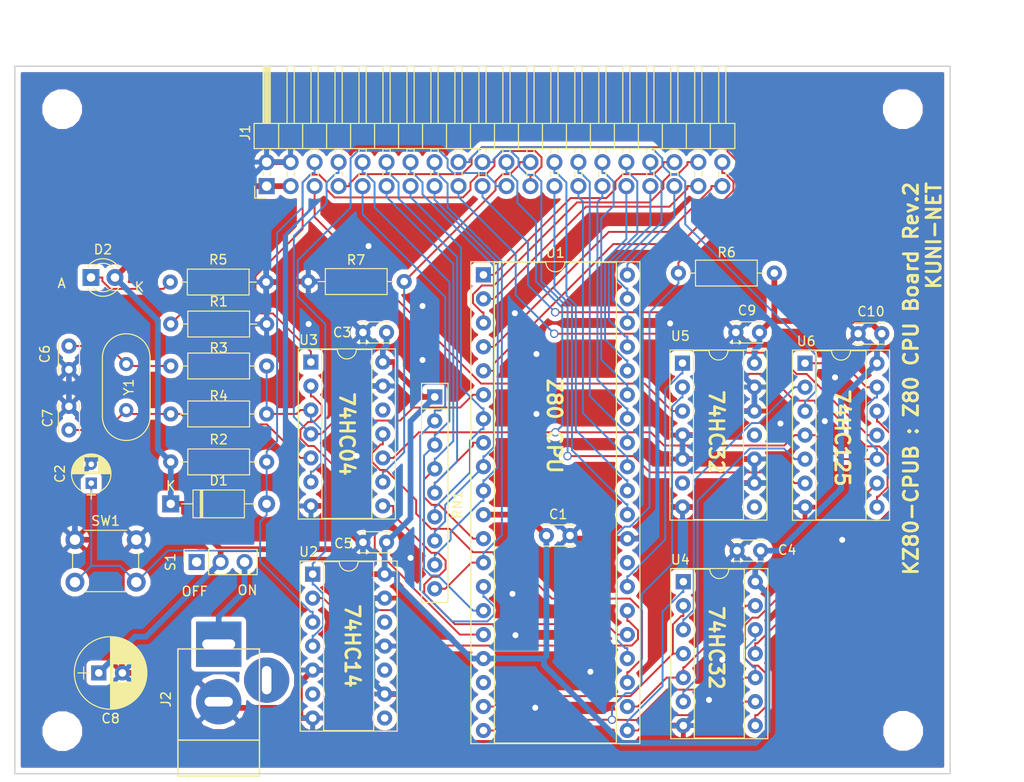
<source format=kicad_pcb>
(kicad_pcb (version 20171130) (host pcbnew "(5.0.0-3-g5ebb6b6)")
  (layers (0 F.Cu signal) (31 B.Cu signal) (34 B.Paste user) (35 F.Paste user) (36 B.SilkS user) (37 F.SilkS user) (38 B.Mask user) (39 F.Mask user) (44 Edge.Cuts user))
  (net 0 "")
  (net 1 VCC)
  (net 2 GND)
  (net 3 "Net-(C6-Pad1)")
  (net 4 "Net-(C7-Pad1)")
  (net 5 CLK)
  (net 6 D0)
  (net 7 D1)
  (net 8 D2)
  (net 9 D3)
  (net 10 D4)
  (net 11 D5)
  (net 12 D6)
  (net 13 D7)
  (net 14 ~IORD)
  (net 15 ~MEMRD)
  (net 16 ~IOWR)
  (net 17 ~MEMWR)
  (net 18 RES)
  (net 19 INT)
  (net 20 A0)
  (net 21 A1)
  (net 22 A2)
  (net 23 A3)
  (net 24 A4)
  (net 25 A5)
  (net 26 A6)
  (net 27 A7)
  (net 28 A8)
  (net 29 A9)
  (net 30 A10)
  (net 31 A11)
  (net 32 A12)
  (net 33 A13)
  (net 34 A14)
  (net 35 A15)
  (net 36 "Net-(J2-Pad1)")
  (net 37 "Net-(J2-Pad3)")
  (net 38 "Net-(R3-Pad1)")
  (net 39 "Net-(S1-Pad1)")
  (net 40 /~INT)
  (net 41 "Net-(U1-Pad18)")
  (net 42 /~MREQ)
  (net 43 /~IOREQ)
  (net 44 /~RD)
  (net 45 /~WR)
  (net 46 "Net-(U1-Pad23)")
  (net 47 "Net-(U1-Pad26)")
  (net 48 "Net-(U1-Pad27)")
  (net 49 "Net-(U1-Pad28)")
  (net 50 "Net-(U2-Pad8)")
  (net 51 "Net-(U2-Pad10)")
  (net 52 "Net-(U2-Pad12)")
  (net 53 "Net-(U2-Pad6)")
  (net 54 "Net-(U3-Pad12)")
  (net 55 "Net-(D2-Pad1)")
  (net 56 HOLD)
  (net 57 RDYIN)
  (net 58 ~RESIN)
  (net 59 "Net-(U1-Pad25)")
  (net 60 HLDA)
  (net 61 "Net-(U4-Pad3)")
  (net 62 "Net-(U4-Pad8)")
  (net 63 "Net-(U4-Pad6)")
  (net 64 "Net-(U4-Pad11)")
  (net 65 "Net-(U5-Pad6)")
  (net 66 "Net-(U5-Pad11)")
  (net 67 ~INTA)
  (net 68 "Net-(U5-Pad8)")
  (module Connector_PinSocket_2.54mm:PinSocket_1x03_P2.54mm_Vertical (layer F.Cu) (at 84.0232 109.664 90)
    (fp_text reference S1 (at 0 -2.77 90) (layer F.SilkS))
    (fp_text value SW)
    (pad 1 thru_hole rect (at 0 0 90) (size 1.7 1.7) (drill 1) (layers *.Cu *.Mask) (net 39 "Net-(S1-Pad1)"))
    (pad 2 thru_hole oval (at 0 2.54 90) (size 1.7 1.7) (drill 1) (layers *.Cu *.Mask) (net 1 VCC))
    (pad 3 thru_hole oval (at 0 5.08 90) (size 1.7 1.7) (drill 1) (layers *.Cu *.Mask) (net 36 "Net-(J2-Pad1)"))
  )
  (module Diode_THT:D_A-405_P10.16mm_Horizontal (layer F.Cu) (at 81.28 103.505)
    (fp_text reference D1 (at 5.08 -2.47) (layer F.SilkS))
    (fp_text value D)
    (fp_text user K (at 0 -1.9) (layer F.SilkS))
    (pad 1 thru_hole rect (at 0 0) (size 1.8 1.8) (drill 0.9) (layers *.Cu *.Mask) (net 1 VCC))
    (pad 2 thru_hole oval (at 10.16 0) (size 1.8 1.8) (drill 0.9) (layers *.Cu *.Mask) (net 58 ~RESIN))
  )
  (module Button_Switch_THT:SW_PUSH_6mm_H4.3mm (layer F.Cu) (at 71.1327 107.302)
    (fp_text reference SW1 (at 3.25 -2) (layer F.SilkS))
    (fp_text value "RESET SW")
    (pad 2 thru_hole circle (at 0 4.5 90) (size 2 2) (drill 1.1) (layers *.Cu *.Mask) (net 58 ~RESIN))
    (pad 1 thru_hole circle (at 0 0 90) (size 2 2) (drill 1.1) (layers *.Cu *.Mask) (net 2 GND))
    (pad 2 thru_hole circle (at 6.5 4.5 90) (size 2 2) (drill 1.1) (layers *.Cu *.Mask) (net 58 ~RESIN))
    (pad 1 thru_hole circle (at 6.5 0 90) (size 2 2) (drill 1.1) (layers *.Cu *.Mask) (net 2 GND))
  )
  (module Capacitor_THT:C_Disc_D3.0mm_W2.0mm_P2.50mm (layer F.Cu) (at 121.069 106.858)
    (fp_text reference C1 (at 1.25 -2.25) (layer F.SilkS))
    (fp_text value 0.1u)
    (pad 2 thru_hole circle (at 2.5 0) (size 1.6 1.6) (drill 0.8) (layers *.Cu *.Mask) (net 2 GND))
    (pad 1 thru_hole circle (at 0 0) (size 1.6 1.6) (drill 0.8) (layers *.Cu *.Mask) (net 1 VCC))
  )
  (module Capacitor_THT:C_Disc_D3.0mm_W2.0mm_P2.50mm (layer F.Cu) (at 104.14 85.344 180)
    (fp_text reference C3 (at 4.699 0 180) (layer F.SilkS))
    (fp_text value 0.1u)
    (pad 1 thru_hole circle (at 0 0 180) (size 1.6 1.6) (drill 0.8) (layers *.Cu *.Mask) (net 1 VCC))
    (pad 2 thru_hole circle (at 2.5 0 180) (size 1.6 1.6) (drill 0.8) (layers *.Cu *.Mask) (net 2 GND))
  )
  (module Capacitor_THT:C_Disc_D3.0mm_W2.0mm_P2.50mm (layer F.Cu) (at 143.764 108.458 180)
    (fp_text reference C4 (at -2.8086 0.0635 180) (layer F.SilkS))
    (fp_text value 0.1u)
    (pad 2 thru_hole circle (at 2.5 0 180) (size 1.6 1.6) (drill 0.8) (layers *.Cu *.Mask) (net 2 GND))
    (pad 1 thru_hole circle (at 0 0 180) (size 1.6 1.6) (drill 0.8) (layers *.Cu *.Mask) (net 1 VCC))
  )
  (module Capacitor_THT:C_Disc_D3.0mm_W2.0mm_P2.50mm (layer F.Cu) (at 104.14 107.569 180)
    (fp_text reference C5 (at 4.572 -0.127 180) (layer F.SilkS))
    (fp_text value 0.1u)
    (pad 1 thru_hole circle (at 0 0 180) (size 1.6 1.6) (drill 0.8) (layers *.Cu *.Mask) (net 1 VCC))
    (pad 2 thru_hole circle (at 2.5 0 180) (size 1.6 1.6) (drill 0.8) (layers *.Cu *.Mask) (net 2 GND))
  )
  (module Capacitor_THT:C_Disc_D3.0mm_W2.0mm_P2.50mm (layer F.Cu) (at 70.4977 86.7791 270)
    (fp_text reference C6 (at 0.8509 2.5527 270) (layer F.SilkS))
    (fp_text value 22p)
    (pad 2 thru_hole circle (at 2.5 0 270) (size 1.6 1.6) (drill 0.8) (layers *.Cu *.Mask) (net 2 GND))
    (pad 1 thru_hole circle (at 0 0 270) (size 1.6 1.6) (drill 0.8) (layers *.Cu *.Mask) (net 3 "Net-(C6-Pad1)"))
  )
  (module Capacitor_THT:C_Disc_D3.0mm_W2.0mm_P2.50mm (layer F.Cu) (at 70.4977 95.6818 90)
    (fp_text reference C7 (at 1.25 -2.25 90) (layer F.SilkS))
    (fp_text value 22p)
    (pad 1 thru_hole circle (at 0 0 90) (size 1.6 1.6) (drill 0.8) (layers *.Cu *.Mask) (net 4 "Net-(C7-Pad1)"))
    (pad 2 thru_hole circle (at 2.5 0 90) (size 1.6 1.6) (drill 0.8) (layers *.Cu *.Mask) (net 2 GND))
  )
  (module Capacitor_THT:C_Disc_D3.0mm_W2.0mm_P2.50mm (layer F.Cu) (at 143.637 85.344 180)
    (fp_text reference C9 (at 1.3208 2.3241 180) (layer F.SilkS))
    (fp_text value 0.1u)
    (pad 2 thru_hole circle (at 2.5 0 180) (size 1.6 1.6) (drill 0.8) (layers *.Cu *.Mask) (net 2 GND))
    (pad 1 thru_hole circle (at 0 0 180) (size 1.6 1.6) (drill 0.8) (layers *.Cu *.Mask) (net 1 VCC))
  )
  (module Capacitor_THT:C_Disc_D3.0mm_W2.0mm_P2.50mm (layer F.Cu) (at 156.591 85.471 180)
    (fp_text reference C10 (at 1.143 2.3368 180) (layer F.SilkS))
    (fp_text value 0.1u)
    (pad 1 thru_hole circle (at 0 0 180) (size 1.6 1.6) (drill 0.8) (layers *.Cu *.Mask) (net 1 VCC))
    (pad 2 thru_hole circle (at 2.5 0 180) (size 1.6 1.6) (drill 0.8) (layers *.Cu *.Mask) (net 2 GND))
  )
  (module Connector_PinHeader_2.54mm:PinHeader_2x20_P2.54mm_Horizontal (layer F.Cu) (at 91.44 69.85 90)
    (fp_text reference J1 (at 5.655 -2.27 90) (layer F.SilkS))
    (fp_text value "SBC8080 BUS")
    (pad 1 thru_hole rect (at 0 0 90) (size 1.7 1.7) (drill 1) (layers *.Cu *.Mask) (net 1 VCC))
    (pad 2 thru_hole oval (at 2.54 0 90) (size 1.7 1.7) (drill 1) (layers *.Cu *.Mask) (net 2 GND))
    (pad 3 thru_hole oval (at 0 2.54 90) (size 1.7 1.7) (drill 1) (layers *.Cu *.Mask) (net 1 VCC))
    (pad 4 thru_hole oval (at 2.54 2.54 90) (size 1.7 1.7) (drill 1) (layers *.Cu *.Mask) (net 2 GND))
    (pad 5 thru_hole oval (at 0 5.08 90) (size 1.7 1.7) (drill 1) (layers *.Cu *.Mask) (net 67 ~INTA))
    (pad 6 thru_hole oval (at 2.54 5.08 90) (size 1.7 1.7) (drill 1) (layers *.Cu *.Mask) (net 58 ~RESIN))
    (pad 7 thru_hole oval (at 0 7.62 90) (size 1.7 1.7) (drill 1) (layers *.Cu *.Mask) (net 57 RDYIN))
    (pad 8 thru_hole oval (at 2.54 7.62 90) (size 1.7 1.7) (drill 1) (layers *.Cu *.Mask) (net 5 CLK))
    (pad 9 thru_hole oval (at 0 10.16 90) (size 1.7 1.7) (drill 1) (layers *.Cu *.Mask) (net 6 D0))
    (pad 10 thru_hole oval (at 2.54 10.16 90) (size 1.7 1.7) (drill 1) (layers *.Cu *.Mask) (net 7 D1))
    (pad 11 thru_hole oval (at 0 12.7 90) (size 1.7 1.7) (drill 1) (layers *.Cu *.Mask) (net 8 D2))
    (pad 12 thru_hole oval (at 2.54 12.7 90) (size 1.7 1.7) (drill 1) (layers *.Cu *.Mask) (net 9 D3))
    (pad 13 thru_hole oval (at 0 15.24 90) (size 1.7 1.7) (drill 1) (layers *.Cu *.Mask) (net 10 D4))
    (pad 14 thru_hole oval (at 2.54 15.24 90) (size 1.7 1.7) (drill 1) (layers *.Cu *.Mask) (net 11 D5))
    (pad 15 thru_hole oval (at 0 17.78 90) (size 1.7 1.7) (drill 1) (layers *.Cu *.Mask) (net 12 D6))
    (pad 16 thru_hole oval (at 2.54 17.78 90) (size 1.7 1.7) (drill 1) (layers *.Cu *.Mask) (net 13 D7))
    (pad 17 thru_hole oval (at 0 20.32 90) (size 1.7 1.7) (drill 1) (layers *.Cu *.Mask) (net 14 ~IORD))
    (pad 18 thru_hole oval (at 2.54 20.32 90) (size 1.7 1.7) (drill 1) (layers *.Cu *.Mask) (net 15 ~MEMRD))
    (pad 19 thru_hole oval (at 0 22.86 90) (size 1.7 1.7) (drill 1) (layers *.Cu *.Mask) (net 16 ~IOWR))
    (pad 20 thru_hole oval (at 2.54 22.86 90) (size 1.7 1.7) (drill 1) (layers *.Cu *.Mask) (net 17 ~MEMWR))
    (pad 21 thru_hole oval (at 0 25.4 90) (size 1.7 1.7) (drill 1) (layers *.Cu *.Mask) (net 18 RES))
    (pad 22 thru_hole oval (at 2.54 25.4 90) (size 1.7 1.7) (drill 1) (layers *.Cu *.Mask) (net 60 HLDA))
    (pad 23 thru_hole oval (at 0 27.94 90) (size 1.7 1.7) (drill 1) (layers *.Cu *.Mask) (net 19 INT))
    (pad 24 thru_hole oval (at 2.54 27.94 90) (size 1.7 1.7) (drill 1) (layers *.Cu *.Mask) (net 56 HOLD))
    (pad 25 thru_hole oval (at 0 30.48 90) (size 1.7 1.7) (drill 1) (layers *.Cu *.Mask) (net 20 A0))
    (pad 26 thru_hole oval (at 2.54 30.48 90) (size 1.7 1.7) (drill 1) (layers *.Cu *.Mask) (net 21 A1))
    (pad 27 thru_hole oval (at 0 33.02 90) (size 1.7 1.7) (drill 1) (layers *.Cu *.Mask) (net 22 A2))
    (pad 28 thru_hole oval (at 2.54 33.02 90) (size 1.7 1.7) (drill 1) (layers *.Cu *.Mask) (net 23 A3))
    (pad 29 thru_hole oval (at 0 35.56 90) (size 1.7 1.7) (drill 1) (layers *.Cu *.Mask) (net 24 A4))
    (pad 30 thru_hole oval (at 2.54 35.56 90) (size 1.7 1.7) (drill 1) (layers *.Cu *.Mask) (net 25 A5))
    (pad 31 thru_hole oval (at 0 38.1 90) (size 1.7 1.7) (drill 1) (layers *.Cu *.Mask) (net 26 A6))
    (pad 32 thru_hole oval (at 2.54 38.1 90) (size 1.7 1.7) (drill 1) (layers *.Cu *.Mask) (net 27 A7))
    (pad 33 thru_hole oval (at 0 40.64 90) (size 1.7 1.7) (drill 1) (layers *.Cu *.Mask) (net 28 A8))
    (pad 34 thru_hole oval (at 2.54 40.64 90) (size 1.7 1.7) (drill 1) (layers *.Cu *.Mask) (net 29 A9))
    (pad 35 thru_hole oval (at 0 43.18 90) (size 1.7 1.7) (drill 1) (layers *.Cu *.Mask) (net 30 A10))
    (pad 36 thru_hole oval (at 2.54 43.18 90) (size 1.7 1.7) (drill 1) (layers *.Cu *.Mask) (net 31 A11))
    (pad 37 thru_hole oval (at 0 45.72 90) (size 1.7 1.7) (drill 1) (layers *.Cu *.Mask) (net 32 A12))
    (pad 38 thru_hole oval (at 2.54 45.72 90) (size 1.7 1.7) (drill 1) (layers *.Cu *.Mask) (net 33 A13))
    (pad 39 thru_hole oval (at 0 48.26 90) (size 1.7 1.7) (drill 1) (layers *.Cu *.Mask) (net 34 A14))
    (pad 40 thru_hole oval (at 2.54 48.26 90) (size 1.7 1.7) (drill 1) (layers *.Cu *.Mask) (net 35 A15))
  )
  (module Crystal:Crystal_HC49-U_Vertical (layer F.Cu) (at 76.5683 88.6968 270)
    (fp_text reference Y1 (at 2.44 -0.2667 270) (layer F.SilkS))
    (fp_text value 7.3728MHz)
    (pad 1 thru_hole circle (at 0 0 270) (size 1.5 1.5) (drill 0.8) (layers *.Cu *.Mask) (net 3 "Net-(C6-Pad1)"))
    (pad 2 thru_hole circle (at 4.88 0 270) (size 1.5 1.5) (drill 0.8) (layers *.Cu *.Mask) (net 4 "Net-(C7-Pad1)"))
  )
  (module LED_THT:LED_D3.0mm (layer F.Cu) (at 72.8345 79.5274)
    (fp_text reference D2 (at 1.27 -2.96) (layer F.SilkS))
    (fp_text value LED)
    (pad 1 thru_hole rect (at 0 0) (size 1.8 1.8) (drill 0.9) (layers *.Cu *.Mask) (net 55 "Net-(D2-Pad1)"))
    (pad 2 thru_hole circle (at 2.54 0) (size 1.8 1.8) (drill 0.9) (layers *.Cu *.Mask) (net 1 VCC))
  )
  (module MountingHole:MountingHole_3.2mm_M3 (layer F.Cu) (at 69.8 127.575)
    (fp_text reference M3 hide)
    (fp_text value MountingHole_3M)
    (pad 1 np_thru_hole circle (at 0 0) (size 3.2 3.2) (drill 3.2) (layers *.Cu *.Mask))
  )
  (module MountingHole:MountingHole_3.2mm_M3 (layer F.Cu) (at 158.825 61.7)
    (fp_text reference M2 hide)
    (fp_text value MountingHole_3M)
    (pad 1 np_thru_hole circle (at 0 0) (size 3.2 3.2) (drill 3.2) (layers *.Cu *.Mask))
  )
  (module MountingHole:MountingHole_3.2mm_M3 (layer F.Cu) (at 69.775 61.7)
    (fp_text reference M1 hide)
    (fp_text value MountingHole_3M)
    (pad 1 np_thru_hole circle (at 0 0) (size 3.2 3.2) (drill 3.2) (layers *.Cu *.Mask))
  )
  (module MountingHole:MountingHole_3.2mm_M3 (layer F.Cu) (at 158.85 127.55)
    (fp_text reference M4 hide)
    (fp_text value MountingHole_3M)
    (pad 1 np_thru_hole circle (at 0 0) (size 3.2 3.2) (drill 3.2) (layers *.Cu *.Mask))
  )
  (module Package_DIP:DIP-14_W7.62mm_Socket (layer F.Cu) (at 96.3168 110.947)
    (fp_text reference U2 (at -0.4318 -2.3622) (layer F.SilkS))
    (fp_text value 74HC14)
    (pad 1 thru_hole rect (at 0 0) (size 1.6 1.6) (drill 0.8) (layers *.Cu *.Mask) (net 18 RES))
    (pad 8 thru_hole oval (at 7.62 15.24) (size 1.6 1.6) (drill 0.8) (layers *.Cu *.Mask) (net 50 "Net-(U2-Pad8)"))
    (pad 2 thru_hole oval (at 0 2.54) (size 1.6 1.6) (drill 0.8) (layers *.Cu *.Mask) (net 47 "Net-(U1-Pad26)"))
    (pad 9 thru_hole oval (at 7.62 12.7) (size 1.6 1.6) (drill 0.8) (layers *.Cu *.Mask) (net 2 GND))
    (pad 3 thru_hole oval (at 0 5.08) (size 1.6 1.6) (drill 0.8) (layers *.Cu *.Mask) (net 58 ~RESIN))
    (pad 10 thru_hole oval (at 7.62 10.16) (size 1.6 1.6) (drill 0.8) (layers *.Cu *.Mask) (net 51 "Net-(U2-Pad10)"))
    (pad 4 thru_hole oval (at 0 7.62) (size 1.6 1.6) (drill 0.8) (layers *.Cu *.Mask) (net 18 RES))
    (pad 11 thru_hole oval (at 7.62 7.62) (size 1.6 1.6) (drill 0.8) (layers *.Cu *.Mask) (net 2 GND))
    (pad 5 thru_hole oval (at 0 10.16) (size 1.6 1.6) (drill 0.8) (layers *.Cu *.Mask) (net 2 GND))
    (pad 12 thru_hole oval (at 7.62 5.08) (size 1.6 1.6) (drill 0.8) (layers *.Cu *.Mask) (net 52 "Net-(U2-Pad12)"))
    (pad 6 thru_hole oval (at 0 12.7) (size 1.6 1.6) (drill 0.8) (layers *.Cu *.Mask) (net 53 "Net-(U2-Pad6)"))
    (pad 13 thru_hole oval (at 7.62 2.54) (size 1.6 1.6) (drill 0.8) (layers *.Cu *.Mask) (net 2 GND))
    (pad 7 thru_hole oval (at 0 15.24) (size 1.6 1.6) (drill 0.8) (layers *.Cu *.Mask) (net 2 GND))
    (pad 14 thru_hole oval (at 7.62 0) (size 1.6 1.6) (drill 0.8) (layers *.Cu *.Mask) (net 1 VCC))
  )
  (module Package_DIP:DIP-14_W7.62mm_Socket (layer F.Cu) (at 96.1263 88.4809)
    (fp_text reference U3 (at -0.2413 -2.33) (layer F.SilkS))
    (fp_text value 74HC04)
    (pad 14 thru_hole oval (at 7.62 0) (size 1.6 1.6) (drill 0.8) (layers *.Cu *.Mask) (net 1 VCC))
    (pad 7 thru_hole oval (at 0 15.24) (size 1.6 1.6) (drill 0.8) (layers *.Cu *.Mask) (net 2 GND))
    (pad 13 thru_hole oval (at 7.62 2.54) (size 1.6 1.6) (drill 0.8) (layers *.Cu *.Mask) (net 2 GND))
    (pad 6 thru_hole oval (at 0 12.7) (size 1.6 1.6) (drill 0.8) (layers *.Cu *.Mask) (net 38 "Net-(R3-Pad1)"))
    (pad 12 thru_hole oval (at 7.62 5.08) (size 1.6 1.6) (drill 0.8) (layers *.Cu *.Mask) (net 54 "Net-(U3-Pad12)"))
    (pad 5 thru_hole oval (at 0 10.16) (size 1.6 1.6) (drill 0.8) (layers *.Cu *.Mask) (net 4 "Net-(C7-Pad1)"))
    (pad 11 thru_hole oval (at 7.62 7.62) (size 1.6 1.6) (drill 0.8) (layers *.Cu *.Mask) (net 46 "Net-(U1-Pad23)"))
    (pad 4 thru_hole oval (at 0 7.62) (size 1.6 1.6) (drill 0.8) (layers *.Cu *.Mask) (net 5 CLK))
    (pad 10 thru_hole oval (at 7.62 10.16) (size 1.6 1.6) (drill 0.8) (layers *.Cu *.Mask) (net 60 HLDA))
    (pad 3 thru_hole oval (at 0 5.08) (size 1.6 1.6) (drill 0.8) (layers *.Cu *.Mask) (net 38 "Net-(R3-Pad1)"))
    (pad 9 thru_hole oval (at 7.62 12.7) (size 1.6 1.6) (drill 0.8) (layers *.Cu *.Mask) (net 56 HOLD))
    (pad 2 thru_hole oval (at 0 2.54) (size 1.6 1.6) (drill 0.8) (layers *.Cu *.Mask) (net 40 /~INT))
    (pad 8 thru_hole oval (at 7.62 15.24) (size 1.6 1.6) (drill 0.8) (layers *.Cu *.Mask) (net 59 "Net-(U1-Pad25)"))
    (pad 1 thru_hole rect (at 0 0) (size 1.6 1.6) (drill 0.8) (layers *.Cu *.Mask) (net 19 INT))
  )
  (module Package_DIP:DIP-14_W7.62mm_Socket (layer F.Cu) (at 135.572 111.747)
    (fp_text reference U4 (at -0.3175 -2.33) (layer F.SilkS))
    (fp_text value 74HC32)
    (pad 1 thru_hole rect (at 0 0) (size 1.6 1.6) (drill 0.8) (layers *.Cu *.Mask) (net 44 /~RD))
    (pad 8 thru_hole oval (at 7.62 15.24) (size 1.6 1.6) (drill 0.8) (layers *.Cu *.Mask) (net 62 "Net-(U4-Pad8)"))
    (pad 2 thru_hole oval (at 0 2.54) (size 1.6 1.6) (drill 0.8) (layers *.Cu *.Mask) (net 42 /~MREQ))
    (pad 9 thru_hole oval (at 7.62 12.7) (size 1.6 1.6) (drill 0.8) (layers *.Cu *.Mask) (net 44 /~RD))
    (pad 3 thru_hole oval (at 0 5.08) (size 1.6 1.6) (drill 0.8) (layers *.Cu *.Mask) (net 61 "Net-(U4-Pad3)"))
    (pad 10 thru_hole oval (at 7.62 10.16) (size 1.6 1.6) (drill 0.8) (layers *.Cu *.Mask) (net 43 /~IOREQ))
    (pad 4 thru_hole oval (at 0 7.62) (size 1.6 1.6) (drill 0.8) (layers *.Cu *.Mask) (net 42 /~MREQ))
    (pad 11 thru_hole oval (at 7.62 7.62) (size 1.6 1.6) (drill 0.8) (layers *.Cu *.Mask) (net 64 "Net-(U4-Pad11)"))
    (pad 5 thru_hole oval (at 0 10.16) (size 1.6 1.6) (drill 0.8) (layers *.Cu *.Mask) (net 45 /~WR))
    (pad 12 thru_hole oval (at 7.62 5.08) (size 1.6 1.6) (drill 0.8) (layers *.Cu *.Mask) (net 43 /~IOREQ))
    (pad 6 thru_hole oval (at 0 12.7) (size 1.6 1.6) (drill 0.8) (layers *.Cu *.Mask) (net 63 "Net-(U4-Pad6)"))
    (pad 13 thru_hole oval (at 7.62 2.54) (size 1.6 1.6) (drill 0.8) (layers *.Cu *.Mask) (net 45 /~WR))
    (pad 7 thru_hole oval (at 0 15.24) (size 1.6 1.6) (drill 0.8) (layers *.Cu *.Mask) (net 2 GND))
    (pad 14 thru_hole oval (at 7.62 0) (size 1.6 1.6) (drill 0.8) (layers *.Cu *.Mask) (net 1 VCC))
  )
  (module Package_DIP:DIP-14_W7.62mm_Socket (layer F.Cu) (at 135.484 88.5952)
    (fp_text reference U5 (at -0.2286 -2.8702) (layer F.SilkS))
    (fp_text value 74HC32)
    (pad 14 thru_hole oval (at 7.62 0) (size 1.6 1.6) (drill 0.8) (layers *.Cu *.Mask) (net 1 VCC))
    (pad 7 thru_hole oval (at 0 15.24) (size 1.6 1.6) (drill 0.8) (layers *.Cu *.Mask) (net 2 GND))
    (pad 13 thru_hole oval (at 7.62 2.54) (size 1.6 1.6) (drill 0.8) (layers *.Cu *.Mask) (net 2 GND))
    (pad 6 thru_hole oval (at 0 12.7) (size 1.6 1.6) (drill 0.8) (layers *.Cu *.Mask) (net 65 "Net-(U5-Pad6)"))
    (pad 12 thru_hole oval (at 7.62 5.08) (size 1.6 1.6) (drill 0.8) (layers *.Cu *.Mask) (net 2 GND))
    (pad 5 thru_hole oval (at 0 10.16) (size 1.6 1.6) (drill 0.8) (layers *.Cu *.Mask) (net 2 GND))
    (pad 11 thru_hole oval (at 7.62 7.62) (size 1.6 1.6) (drill 0.8) (layers *.Cu *.Mask) (net 66 "Net-(U5-Pad11)"))
    (pad 4 thru_hole oval (at 0 7.62) (size 1.6 1.6) (drill 0.8) (layers *.Cu *.Mask) (net 2 GND))
    (pad 10 thru_hole oval (at 7.62 10.16) (size 1.6 1.6) (drill 0.8) (layers *.Cu *.Mask) (net 2 GND))
    (pad 3 thru_hole oval (at 0 5.08) (size 1.6 1.6) (drill 0.8) (layers *.Cu *.Mask) (net 67 ~INTA))
    (pad 9 thru_hole oval (at 7.62 12.7) (size 1.6 1.6) (drill 0.8) (layers *.Cu *.Mask) (net 2 GND))
    (pad 2 thru_hole oval (at 0 2.54) (size 1.6 1.6) (drill 0.8) (layers *.Cu *.Mask) (net 43 /~IOREQ))
    (pad 8 thru_hole oval (at 7.62 15.24) (size 1.6 1.6) (drill 0.8) (layers *.Cu *.Mask) (net 68 "Net-(U5-Pad8)"))
    (pad 1 thru_hole rect (at 0 0) (size 1.6 1.6) (drill 0.8) (layers *.Cu *.Mask) (net 48 "Net-(U1-Pad27)"))
  )
  (module Package_DIP:DIP-14_W7.62mm_Socket (layer F.Cu) (at 148.463 88.6079)
    (fp_text reference U6 (at 0.127 -2.33) (layer F.SilkS))
    (fp_text value 74HC125)
    (pad 1 thru_hole rect (at 0 0) (size 1.6 1.6) (drill 0.8) (layers *.Cu *.Mask) (net 60 HLDA))
    (pad 8 thru_hole oval (at 7.62 15.24) (size 1.6 1.6) (drill 0.8) (layers *.Cu *.Mask) (net 14 ~IORD))
    (pad 2 thru_hole oval (at 0 2.54) (size 1.6 1.6) (drill 0.8) (layers *.Cu *.Mask) (net 61 "Net-(U4-Pad3)"))
    (pad 9 thru_hole oval (at 7.62 12.7) (size 1.6 1.6) (drill 0.8) (layers *.Cu *.Mask) (net 62 "Net-(U4-Pad8)"))
    (pad 3 thru_hole oval (at 0 5.08) (size 1.6 1.6) (drill 0.8) (layers *.Cu *.Mask) (net 15 ~MEMRD))
    (pad 10 thru_hole oval (at 7.62 10.16) (size 1.6 1.6) (drill 0.8) (layers *.Cu *.Mask) (net 60 HLDA))
    (pad 4 thru_hole oval (at 0 7.62) (size 1.6 1.6) (drill 0.8) (layers *.Cu *.Mask) (net 60 HLDA))
    (pad 11 thru_hole oval (at 7.62 7.62) (size 1.6 1.6) (drill 0.8) (layers *.Cu *.Mask) (net 16 ~IOWR))
    (pad 5 thru_hole oval (at 0 10.16) (size 1.6 1.6) (drill 0.8) (layers *.Cu *.Mask) (net 63 "Net-(U4-Pad6)"))
    (pad 12 thru_hole oval (at 7.62 5.08) (size 1.6 1.6) (drill 0.8) (layers *.Cu *.Mask) (net 64 "Net-(U4-Pad11)"))
    (pad 6 thru_hole oval (at 0 12.7) (size 1.6 1.6) (drill 0.8) (layers *.Cu *.Mask) (net 17 ~MEMWR))
    (pad 13 thru_hole oval (at 7.62 2.54) (size 1.6 1.6) (drill 0.8) (layers *.Cu *.Mask) (net 60 HLDA))
    (pad 7 thru_hole oval (at 0 15.24) (size 1.6 1.6) (drill 0.8) (layers *.Cu *.Mask) (net 2 GND))
    (pad 14 thru_hole oval (at 7.62 0) (size 1.6 1.6) (drill 0.8) (layers *.Cu *.Mask) (net 1 VCC))
  )
  (module Package_DIP:DIP-40_W15.24mm_Socket (layer F.Cu) (at 114.402 79.248)
    (fp_text reference U1 (at 7.62 -2.33) (layer F.SilkS))
    (fp_text value Z80CPU)
    (pad 1 thru_hole rect (at 0 0) (size 1.6 1.6) (drill 0.8) (layers *.Cu *.Mask) (net 31 A11))
    (pad 21 thru_hole oval (at 15.24 48.26) (size 1.6 1.6) (drill 0.8) (layers *.Cu *.Mask) (net 44 /~RD))
    (pad 2 thru_hole oval (at 0 2.54) (size 1.6 1.6) (drill 0.8) (layers *.Cu *.Mask) (net 32 A12))
    (pad 22 thru_hole oval (at 15.24 45.72) (size 1.6 1.6) (drill 0.8) (layers *.Cu *.Mask) (net 45 /~WR))
    (pad 3 thru_hole oval (at 0 5.08) (size 1.6 1.6) (drill 0.8) (layers *.Cu *.Mask) (net 33 A13))
    (pad 23 thru_hole oval (at 15.24 43.18) (size 1.6 1.6) (drill 0.8) (layers *.Cu *.Mask) (net 46 "Net-(U1-Pad23)"))
    (pad 4 thru_hole oval (at 0 7.62) (size 1.6 1.6) (drill 0.8) (layers *.Cu *.Mask) (net 34 A14))
    (pad 24 thru_hole oval (at 15.24 40.64) (size 1.6 1.6) (drill 0.8) (layers *.Cu *.Mask) (net 57 RDYIN))
    (pad 5 thru_hole oval (at 0 10.16) (size 1.6 1.6) (drill 0.8) (layers *.Cu *.Mask) (net 35 A15))
    (pad 25 thru_hole oval (at 15.24 38.1) (size 1.6 1.6) (drill 0.8) (layers *.Cu *.Mask) (net 59 "Net-(U1-Pad25)"))
    (pad 6 thru_hole oval (at 0 12.7) (size 1.6 1.6) (drill 0.8) (layers *.Cu *.Mask) (net 5 CLK))
    (pad 26 thru_hole oval (at 15.24 35.56) (size 1.6 1.6) (drill 0.8) (layers *.Cu *.Mask) (net 47 "Net-(U1-Pad26)"))
    (pad 7 thru_hole oval (at 0 15.24) (size 1.6 1.6) (drill 0.8) (layers *.Cu *.Mask) (net 10 D4))
    (pad 27 thru_hole oval (at 15.24 33.02) (size 1.6 1.6) (drill 0.8) (layers *.Cu *.Mask) (net 48 "Net-(U1-Pad27)"))
    (pad 8 thru_hole oval (at 0 17.78) (size 1.6 1.6) (drill 0.8) (layers *.Cu *.Mask) (net 9 D3))
    (pad 28 thru_hole oval (at 15.24 30.48) (size 1.6 1.6) (drill 0.8) (layers *.Cu *.Mask) (net 49 "Net-(U1-Pad28)"))
    (pad 9 thru_hole oval (at 0 20.32) (size 1.6 1.6) (drill 0.8) (layers *.Cu *.Mask) (net 11 D5))
    (pad 29 thru_hole oval (at 15.24 27.94) (size 1.6 1.6) (drill 0.8) (layers *.Cu *.Mask) (net 2 GND))
    (pad 10 thru_hole oval (at 0 22.86) (size 1.6 1.6) (drill 0.8) (layers *.Cu *.Mask) (net 12 D6))
    (pad 30 thru_hole oval (at 15.24 25.4) (size 1.6 1.6) (drill 0.8) (layers *.Cu *.Mask) (net 20 A0))
    (pad 11 thru_hole oval (at 0 25.4) (size 1.6 1.6) (drill 0.8) (layers *.Cu *.Mask) (net 1 VCC))
    (pad 31 thru_hole oval (at 15.24 22.86) (size 1.6 1.6) (drill 0.8) (layers *.Cu *.Mask) (net 21 A1))
    (pad 12 thru_hole oval (at 0 27.94) (size 1.6 1.6) (drill 0.8) (layers *.Cu *.Mask) (net 8 D2))
    (pad 32 thru_hole oval (at 15.24 20.32) (size 1.6 1.6) (drill 0.8) (layers *.Cu *.Mask) (net 22 A2))
    (pad 13 thru_hole oval (at 0 30.48) (size 1.6 1.6) (drill 0.8) (layers *.Cu *.Mask) (net 13 D7))
    (pad 33 thru_hole oval (at 15.24 17.78) (size 1.6 1.6) (drill 0.8) (layers *.Cu *.Mask) (net 23 A3))
    (pad 14 thru_hole oval (at 0 33.02) (size 1.6 1.6) (drill 0.8) (layers *.Cu *.Mask) (net 6 D0))
    (pad 34 thru_hole oval (at 15.24 15.24) (size 1.6 1.6) (drill 0.8) (layers *.Cu *.Mask) (net 24 A4))
    (pad 15 thru_hole oval (at 0 35.56) (size 1.6 1.6) (drill 0.8) (layers *.Cu *.Mask) (net 7 D1))
    (pad 35 thru_hole oval (at 15.24 12.7) (size 1.6 1.6) (drill 0.8) (layers *.Cu *.Mask) (net 25 A5))
    (pad 16 thru_hole oval (at 0 38.1) (size 1.6 1.6) (drill 0.8) (layers *.Cu *.Mask) (net 40 /~INT))
    (pad 36 thru_hole oval (at 15.24 10.16) (size 1.6 1.6) (drill 0.8) (layers *.Cu *.Mask) (net 26 A6))
    (pad 17 thru_hole oval (at 0 40.64) (size 1.6 1.6) (drill 0.8) (layers *.Cu *.Mask) (net 1 VCC))
    (pad 37 thru_hole oval (at 15.24 7.62) (size 1.6 1.6) (drill 0.8) (layers *.Cu *.Mask) (net 27 A7))
    (pad 18 thru_hole oval (at 0 43.18) (size 1.6 1.6) (drill 0.8) (layers *.Cu *.Mask) (net 41 "Net-(U1-Pad18)"))
    (pad 38 thru_hole oval (at 15.24 5.08) (size 1.6 1.6) (drill 0.8) (layers *.Cu *.Mask) (net 28 A8))
    (pad 19 thru_hole oval (at 0 45.72) (size 1.6 1.6) (drill 0.8) (layers *.Cu *.Mask) (net 42 /~MREQ))
    (pad 39 thru_hole oval (at 15.24 2.54) (size 1.6 1.6) (drill 0.8) (layers *.Cu *.Mask) (net 29 A9))
    (pad 20 thru_hole oval (at 0 48.26) (size 1.6 1.6) (drill 0.8) (layers *.Cu *.Mask) (net 43 /~IOREQ))
    (pad 40 thru_hole oval (at 15.24 0) (size 1.6 1.6) (drill 0.8) (layers *.Cu *.Mask) (net 30 A10))
  )
  (module Resistor_THT:R_Axial_DIN0207_L6.3mm_D2.5mm_P10.16mm_Horizontal (layer F.Cu) (at 81.28 99.06)
    (fp_text reference R2 (at 5.08 -2.37) (layer F.SilkS))
    (fp_text value 4.7k)
    (pad 1 thru_hole circle (at 0 0) (size 1.6 1.6) (drill 0.8) (layers *.Cu *.Mask) (net 1 VCC))
    (pad 2 thru_hole oval (at 10.16 0) (size 1.6 1.6) (drill 0.8) (layers *.Cu *.Mask) (net 58 ~RESIN))
  )
  (module Resistor_THT:R_Axial_DIN0207_L6.3mm_D2.5mm_P10.16mm_Horizontal (layer F.Cu) (at 81.28 84.455)
    (fp_text reference R1 (at 5.08 -2.37) (layer F.SilkS))
    (fp_text value 4.7k)
    (pad 2 thru_hole oval (at 10.16 0) (size 1.6 1.6) (drill 0.8) (layers *.Cu *.Mask) (net 2 GND))
    (pad 1 thru_hole circle (at 0 0) (size 1.6 1.6) (drill 0.8) (layers *.Cu *.Mask) (net 19 INT))
  )
  (module Resistor_THT:R_Axial_DIN0207_L6.3mm_D2.5mm_P10.16mm_Horizontal (layer F.Cu) (at 91.44 88.9 180)
    (fp_text reference R3 (at 5.08 1.905 180) (layer F.SilkS))
    (fp_text value 1k)
    (pad 1 thru_hole circle (at 0 0 180) (size 1.6 1.6) (drill 0.8) (layers *.Cu *.Mask) (net 38 "Net-(R3-Pad1)"))
    (pad 2 thru_hole oval (at 10.16 0 180) (size 1.6 1.6) (drill 0.8) (layers *.Cu *.Mask) (net 3 "Net-(C6-Pad1)"))
  )
  (module Resistor_THT:R_Axial_DIN0207_L6.3mm_D2.5mm_P10.16mm_Horizontal (layer F.Cu) (at 91.44 93.98 180)
    (fp_text reference R4 (at 5.08 1.905 180) (layer F.SilkS))
    (fp_text value 1M)
    (pad 2 thru_hole oval (at 10.16 0 180) (size 1.6 1.6) (drill 0.8) (layers *.Cu *.Mask) (net 4 "Net-(C7-Pad1)"))
    (pad 1 thru_hole circle (at 0 0 180) (size 1.6 1.6) (drill 0.8) (layers *.Cu *.Mask) (net 38 "Net-(R3-Pad1)"))
  )
  (module Resistor_THT:R_Axial_DIN0207_L6.3mm_D2.5mm_P10.16mm_Horizontal (layer F.Cu) (at 81.2292 80.01)
    (fp_text reference R5 (at 5.08 -2.37) (layer F.SilkS))
    (fp_text value 1k)
    (pad 1 thru_hole circle (at 0 0) (size 1.6 1.6) (drill 0.8) (layers *.Cu *.Mask) (net 55 "Net-(D2-Pad1)"))
    (pad 2 thru_hole oval (at 10.16 0) (size 1.6 1.6) (drill 0.8) (layers *.Cu *.Mask) (net 2 GND))
  )
  (module Resistor_THT:R_Axial_DIN0207_L6.3mm_D2.5mm_P10.16mm_Horizontal (layer F.Cu) (at 145.212 79.0575 180)
    (fp_text reference R6 (at 5.0546 2.1844 180) (layer F.SilkS))
    (fp_text value 4.7k)
    (pad 2 thru_hole oval (at 10.16 0 180) (size 1.6 1.6) (drill 0.8) (layers *.Cu *.Mask) (net 57 RDYIN))
    (pad 1 thru_hole circle (at 0 0 180) (size 1.6 1.6) (drill 0.8) (layers *.Cu *.Mask) (net 1 VCC))
  )
  (module Resistor_THT:R_Axial_DIN0207_L6.3mm_D2.5mm_P10.16mm_Horizontal (layer F.Cu) (at 106.007 79.9592 180)
    (fp_text reference R7 (at 5.1054 2.286 180) (layer F.SilkS))
    (fp_text value 4.7k)
    (pad 1 thru_hole circle (at 0 0 180) (size 1.6 1.6) (drill 0.8) (layers *.Cu *.Mask) (net 56 HOLD))
    (pad 2 thru_hole oval (at 10.16 0 180) (size 1.6 1.6) (drill 0.8) (layers *.Cu *.Mask) (net 2 GND))
  )
  (module Connectors:JACK_ALIM (layer F.Cu) (at 86.36 124.46 90)
    (fp_text reference J2 (at 0.254 -5.588 90) (layer F.SilkS))
    (fp_text value Jack-DC)
    (pad 2 thru_hole circle (at 0 0 90) (size 4.8006 4.8006) (drill oval 1.016 3) (layers *.Cu *.Mask) (net 2 GND))
    (pad 1 thru_hole rect (at 6.096 0 90) (size 4.8006 4.8006) (drill oval 1.016 3.5) (layers *.Cu *.Mask) (net 36 "Net-(J2-Pad1)"))
    (pad 3 thru_hole circle (at 2.286 5.08 90) (size 4.8006 4.8006) (drill oval 3 1.016) (layers *.Cu *.Mask) (net 37 "Net-(J2-Pad3)"))
  )
  (module Capacitors_THT:CP_Radial_D4.0mm_P2.00mm (layer F.Cu) (at 72.8599 101.308 90)
    (fp_text reference C2 (at 1 -3.31 90) (layer F.SilkS))
    (fp_text value 47u)
    (pad 1 thru_hole rect (at 0 0 90) (size 1.2 1.2) (drill 0.6) (layers *.Cu *.Mask) (net 58 ~RESIN))
    (pad 2 thru_hole circle (at 2 0 90) (size 1.2 1.2) (drill 0.6) (layers *.Cu *.Mask) (net 2 GND))
  )
  (module Capacitors_THT:CP_Radial_D7.5mm_P2.50mm (layer F.Cu) (at 73.66 121.412)
    (fp_text reference C8 (at 1.25 4.826) (layer F.SilkS))
    (fp_text value 100u)
    (pad 1 thru_hole rect (at 0 0) (size 1.6 1.6) (drill 0.8) (layers *.Cu *.Mask) (net 1 VCC))
    (pad 2 thru_hole circle (at 2.5 0) (size 1.6 1.6) (drill 0.8) (layers *.Cu *.Mask) (net 2 GND))
  )
  (module Resistors_THT:R_Array_SIP9 (layer F.Cu) (at 109.245 92.1766 270)
    (fp_text reference RN1 (at 11.43 -2.4 270) (layer F.SilkS))
    (fp_text value 10k)
    (pad 1 thru_hole rect (at 0 0 270) (size 1.6 1.6) (drill 0.8) (layers *.Cu *.Mask) (net 1 VCC))
    (pad 2 thru_hole oval (at 2.54 0 270) (size 1.6 1.6) (drill 0.8) (layers *.Cu *.Mask) (net 6 D0))
    (pad 3 thru_hole oval (at 5.08 0 270) (size 1.6 1.6) (drill 0.8) (layers *.Cu *.Mask) (net 7 D1))
    (pad 4 thru_hole oval (at 7.62 0 270) (size 1.6 1.6) (drill 0.8) (layers *.Cu *.Mask) (net 8 D2))
    (pad 5 thru_hole oval (at 10.16 0 270) (size 1.6 1.6) (drill 0.8) (layers *.Cu *.Mask) (net 9 D3))
    (pad 6 thru_hole oval (at 12.7 0 270) (size 1.6 1.6) (drill 0.8) (layers *.Cu *.Mask) (net 10 D4))
    (pad 7 thru_hole oval (at 15.24 0 270) (size 1.6 1.6) (drill 0.8) (layers *.Cu *.Mask) (net 11 D5))
    (pad 8 thru_hole oval (at 17.78 0 270) (size 1.6 1.6) (drill 0.8) (layers *.Cu *.Mask) (net 12 D6))
    (pad 9 thru_hole oval (at 20.32 0 270) (size 1.6 1.6) (drill 0.8) (layers *.Cu *.Mask) (net 13 D7))
  )
  (gr_text OFF (at 83.82 112.776) (layer F.SilkS) (effects (font (size 1 1))))
  (gr_text ON (at 89.408 112.649) (layer F.SilkS) (effects (font (size 1 1))))
  (gr_text 74HC125 (at 152.4 96.52 270) (layer F.SilkS) (effects (font (size 1.5 1.5) (thickness 0.3))))
  (gr_text 74HC32 (at 139.065 95.885 270) (layer F.SilkS) (effects (font (size 1.5 1.5) (thickness 0.3))))
  (gr_text A (at 69.723 80.137) (layer F.SilkS) (effects (font (size 1 1))))
  (gr_text K (at 77.9653 80.5307) (layer F.SilkS) (effects (font (size 1 1))))
  (gr_text "KZ80-CPUB : Z80 CPU Board Rev.2\nKUNI-NET" (at 160.8963 69.2531 90) (layer F.SilkS) (effects (font (size 1.5 1.5) (thickness 0.3)) (justify right)))
  (gr_text 74HC04 (at 99.9363 96.1009 270) (layer F.SilkS) (effects (font (size 1.5 1.5) (thickness 0.3))))
  (gr_text 74HC32 (at 139.065 118.745 270) (layer F.SilkS) (effects (font (size 1.5 1.5) (thickness 0.3))))
  (gr_text "Z80 CPU" (at 121.92 95.25 270) (layer F.SilkS) (effects (font (size 1.5 1.5) (thickness 0.3))))
  (gr_text 74HC14 (at 100.5078 118.5545 270) (layer F.SilkS) (effects (font (size 1.5 1.5) (thickness 0.3))))
  (gr_line (start 64.77 132.08) (end 64.77 57.15) (layer Edge.Cuts) (width 0.15))
  (gr_line (start 163.83 132.08) (end 64.77 132.08) (layer Edge.Cuts) (width 0.15))
  (gr_line (start 163.83 57.15) (end 163.83 132.08) (layer Edge.Cuts) (width 0.15))
  (gr_line (start 64.77 57.15) (end 163.83 57.15) (layer Edge.Cuts) (width 0.15))
  (segment (start 121.069 106.858) (end 118.859 104.648) (width 0.6096) (layer F.Cu) (net 1))
  (segment (start 118.859 104.648) (end 114.402 104.648) (width 0.6096) (layer F.Cu) (net 1))
  (segment (start 103.7463 88.4809) (end 105.0546 88.4809) (width 0.6096) (layer F.Cu) (net 1))
  (segment (start 109.245 92.1766) (end 107.9367 92.1766) (width 0.6096) (layer F.Cu) (net 1))
  (segment (start 107.9367 92.1766) (end 105.0546 89.2945) (width 0.6096) (layer F.Cu) (net 1))
  (segment (start 105.0546 89.2945) (end 105.0546 88.4809) (width 0.6096) (layer F.Cu) (net 1))
  (segment (start 86.5632 109.664) (end 78.6513 117.5759) (width 0.6096) (layer B.Cu) (net 1))
  (segment (start 78.6513 117.5759) (end 77.4961 117.5759) (width 0.6096) (layer B.Cu) (net 1))
  (segment (start 77.4961 117.5759) (end 73.66 121.412) (width 0.6096) (layer B.Cu) (net 1))
  (segment (start 81.28 99.06) (end 79.9208 97.7008) (width 0.6096) (layer B.Cu) (net 1))
  (segment (start 79.9208 97.7008) (end 79.9208 84.0737) (width 0.6096) (layer B.Cu) (net 1))
  (segment (start 79.9208 84.0737) (end 75.3745 79.5274) (width 0.6096) (layer B.Cu) (net 1))
  (segment (start 81.28 103.505) (end 81.28 99.06) (width 0.6096) (layer B.Cu) (net 1))
  (segment (start 81.28 103.505) (end 82.6883 103.505) (width 0.6096) (layer F.Cu) (net 1))
  (segment (start 86.5632 108.3057) (end 82.6883 104.4308) (width 0.6096) (layer F.Cu) (net 1))
  (segment (start 82.6883 104.4308) (end 82.6883 103.505) (width 0.6096) (layer F.Cu) (net 1))
  (segment (start 102.6285 110.947) (end 99.9872 108.3057) (width 0.6096) (layer F.Cu) (net 1))
  (segment (start 99.9872 108.3057) (end 86.5632 108.3057) (width 0.6096) (layer F.Cu) (net 1))
  (segment (start 86.5632 109.664) (end 86.5632 108.3057) (width 0.6096) (layer F.Cu) (net 1))
  (segment (start 103.9368 110.947) (end 102.6285 110.947) (width 0.6096) (layer F.Cu) (net 1))
  (segment (start 145.212 84.1373) (end 144.8437 84.1373) (width 0.6096) (layer F.Cu) (net 1))
  (segment (start 144.8437 84.1373) (end 143.637 85.344) (width 0.6096) (layer F.Cu) (net 1))
  (segment (start 156.591 85.471) (end 155.2573 84.1373) (width 0.6096) (layer F.Cu) (net 1))
  (segment (start 155.2573 84.1373) (end 145.212 84.1373) (width 0.6096) (layer F.Cu) (net 1))
  (segment (start 145.212 84.1373) (end 145.212 79.0575) (width 0.6096) (layer F.Cu) (net 1))
  (segment (start 103.9368 110.947) (end 105.2451 110.947) (width 0.6096) (layer B.Cu) (net 1))
  (segment (start 105.2451 110.947) (end 105.2451 112.0394) (width 0.6096) (layer B.Cu) (net 1))
  (segment (start 105.2451 112.0394) (end 113.0937 119.888) (width 0.6096) (layer B.Cu) (net 1))
  (segment (start 104.14 107.569) (end 103.9368 107.7722) (width 0.6096) (layer B.Cu) (net 1))
  (segment (start 103.9368 107.7722) (end 103.9368 110.947) (width 0.6096) (layer B.Cu) (net 1))
  (segment (start 114.402 119.888) (end 113.0937 119.888) (width 0.6096) (layer B.Cu) (net 1))
  (segment (start 109.245 92.1766) (end 106.6797 94.7419) (width 0.6096) (layer B.Cu) (net 1))
  (segment (start 106.6797 94.7419) (end 106.6797 105.0293) (width 0.6096) (layer B.Cu) (net 1))
  (segment (start 106.6797 105.0293) (end 104.14 107.569) (width 0.6096) (layer B.Cu) (net 1))
  (segment (start 91.44 69.85) (end 93.98 69.85) (width 0.6096) (layer F.Cu) (net 1))
  (segment (start 75.3745 79.5274) (end 85.0519 69.85) (width 0.6096) (layer F.Cu) (net 1))
  (segment (start 85.0519 69.85) (end 91.44 69.85) (width 0.6096) (layer F.Cu) (net 1))
  (segment (start 156.083 88.6079) (end 156.083 87.2996) (width 0.6096) (layer B.Cu) (net 1))
  (segment (start 156.083 87.2996) (end 156.591 86.7916) (width 0.6096) (layer B.Cu) (net 1))
  (segment (start 156.591 86.7916) (end 156.591 85.471) (width 0.6096) (layer B.Cu) (net 1))
  (segment (start 143.764 108.458) (end 145.7154 108.458) (width 0.6096) (layer B.Cu) (net 1))
  (segment (start 145.7154 108.458) (end 152.279 101.8944) (width 0.6096) (layer B.Cu) (net 1))
  (segment (start 152.279 101.8944) (end 152.279 92.4119) (width 0.6096) (layer B.Cu) (net 1))
  (segment (start 152.279 92.4119) (end 156.083 88.6079) (width 0.6096) (layer B.Cu) (net 1))
  (segment (start 143.764 108.458) (end 143.764 109.8667) (width 0.6096) (layer B.Cu) (net 1))
  (segment (start 143.764 109.8667) (end 143.192 110.4387) (width 0.6096) (layer B.Cu) (net 1))
  (segment (start 120.8042 119.888) (end 120.8042 120.5683) (width 0.6096) (layer B.Cu) (net 1))
  (segment (start 120.8042 120.5683) (end 129.0703 128.8344) (width 0.6096) (layer B.Cu) (net 1))
  (segment (start 129.0703 128.8344) (end 143.1994 128.8344) (width 0.6096) (layer B.Cu) (net 1))
  (segment (start 143.1994 128.8344) (end 144.5024 127.5314) (width 0.6096) (layer B.Cu) (net 1))
  (segment (start 144.5024 127.5314) (end 144.5024 113.0574) (width 0.6096) (layer B.Cu) (net 1))
  (segment (start 144.5024 113.0574) (end 143.192 111.747) (width 0.6096) (layer B.Cu) (net 1))
  (segment (start 121.069 106.858) (end 121.069 119.6232) (width 0.6096) (layer B.Cu) (net 1))
  (segment (start 121.069 119.6232) (end 120.8042 119.888) (width 0.6096) (layer B.Cu) (net 1))
  (segment (start 115.7103 119.888) (end 120.8042 119.888) (width 0.6096) (layer B.Cu) (net 1))
  (segment (start 114.402 119.888) (end 115.7103 119.888) (width 0.6096) (layer B.Cu) (net 1))
  (segment (start 143.192 111.747) (end 143.192 110.4387) (width 0.6096) (layer B.Cu) (net 1))
  (segment (start 103.7463 88.4809) (end 103.7463 87.1726) (width 0.6096) (layer B.Cu) (net 1))
  (segment (start 103.7463 87.1726) (end 104.14 86.7789) (width 0.6096) (layer B.Cu) (net 1))
  (segment (start 104.14 86.7789) (end 104.14 85.344) (width 0.6096) (layer B.Cu) (net 1))
  (segment (start 143.104 88.5952) (end 143.104 87.2869) (width 0.6096) (layer B.Cu) (net 1))
  (segment (start 143.104 87.2869) (end 143.637 86.7539) (width 0.6096) (layer B.Cu) (net 1))
  (segment (start 143.637 86.7539) (end 143.637 85.344) (width 0.6096) (layer B.Cu) (net 1))
  (segment (start 135.572 126.987) (end 138.2895 124.2695) (width 0.6096) (layer B.Cu) (net 2))
  (segment (start 141.264 121.295) (end 141.264 108.458) (width 0.6096) (layer B.Cu) (net 2))
  (segment (start 91.3892 80.01) (end 92.6975 80.01) (width 0.6096) (layer F.Cu) (net 2))
  (segment (start 95.847 79.9592) (end 92.7483 79.9592) (width 0.6096) (layer F.Cu) (net 2))
  (segment (start 92.7483 79.9592) (end 92.6975 80.01) (width 0.6096) (layer F.Cu) (net 2))
  (segment (start 141.137 85.344) (end 142.4515 86.6585) (width 0.6096) (layer F.Cu) (net 2))
  (segment (start 142.4515 86.6585) (end 152.9035 86.6585) (width 0.6096) (layer F.Cu) (net 2))
  (segment (start 152.9035 86.6585) (end 154.091 85.471) (width 0.6096) (layer F.Cu) (net 2))
  (segment (start 76.1017 108.833) (end 77.6327 107.302) (width 0.6096) (layer F.Cu) (net 2))
  (segment (start 76.16 121.412) (end 76.1017 121.3537) (width 0.6096) (layer F.Cu) (net 2))
  (segment (start 76.1017 121.3537) (end 76.1017 108.833) (width 0.6096) (layer F.Cu) (net 2))
  (segment (start 71.1327 107.302) (end 74.5707 107.302) (width 0.6096) (layer F.Cu) (net 2))
  (segment (start 74.5707 107.302) (end 76.1017 108.833) (width 0.6096) (layer F.Cu) (net 2))
  (segment (start 76.16 121.412) (end 83.312 121.412) (width 0.6096) (layer F.Cu) (net 2))
  (segment (start 83.312 121.412) (end 86.36 124.46) (width 0.6096) (layer F.Cu) (net 2))
  (segment (start 70.4977 89.2791) (end 70.4977 93.1818) (width 0.6096) (layer B.Cu) (net 2))
  (segment (start 70.4977 93.1818) (end 72.8599 95.544) (width 0.6096) (layer B.Cu) (net 2))
  (segment (start 72.8599 95.544) (end 72.8599 99.308) (width 0.6096) (layer B.Cu) (net 2))
  (segment (start 148.463 103.8479) (end 147.1547 103.8479) (width 0.6096) (layer B.Cu) (net 2))
  (segment (start 143.104 101.2952) (end 144.602 101.2952) (width 0.6096) (layer B.Cu) (net 2))
  (segment (start 144.602 101.2952) (end 147.1547 103.8479) (width 0.6096) (layer B.Cu) (net 2))
  (segment (start 143.104 98.7552) (end 143.104 101.2952) (width 0.6096) (layer B.Cu) (net 2))
  (segment (start 143.104 98.7552) (end 135.484 98.7552) (width 0.6096) (layer F.Cu) (net 2))
  (segment (start 143.104 101.2952) (end 139.3323 101.2952) (width 0.6096) (layer F.Cu) (net 2))
  (segment (start 139.3323 101.2952) (end 136.7923 103.8352) (width 0.6096) (layer F.Cu) (net 2))
  (segment (start 141.264 108.458) (end 136.7923 103.9863) (width 0.6096) (layer F.Cu) (net 2))
  (segment (start 136.7923 103.9863) (end 136.7923 103.8352) (width 0.6096) (layer F.Cu) (net 2))
  (segment (start 135.484 103.8352) (end 136.7923 103.8352) (width 0.6096) (layer F.Cu) (net 2))
  (segment (start 102.6285 121.107) (end 102.6285 118.567) (width 0.6096) (layer B.Cu) (net 2))
  (segment (start 103.9368 123.647) (end 102.6285 122.3387) (width 0.6096) (layer B.Cu) (net 2))
  (segment (start 102.6285 122.3387) (end 102.6285 121.107) (width 0.6096) (layer B.Cu) (net 2))
  (segment (start 102.6285 121.107) (end 97.6251 121.107) (width 0.6096) (layer B.Cu) (net 2))
  (segment (start 96.3168 121.107) (end 97.6251 121.107) (width 0.6096) (layer B.Cu) (net 2))
  (segment (start 96.3168 126.187) (end 95.0085 126.187) (width 0.6096) (layer F.Cu) (net 2))
  (segment (start 94.9637 125.1076) (end 94.9637 122.4601) (width 0.6096) (layer F.Cu) (net 2))
  (segment (start 94.9637 122.4601) (end 96.3168 121.107) (width 0.6096) (layer F.Cu) (net 2))
  (segment (start 95.0085 126.187) (end 95.0085 125.1524) (width 0.6096) (layer F.Cu) (net 2))
  (segment (start 95.0085 125.1524) (end 94.9637 125.1076) (width 0.6096) (layer F.Cu) (net 2))
  (segment (start 86.36 124.46) (end 87.0076 125.1076) (width 0.6096) (layer F.Cu) (net 2))
  (segment (start 87.0076 125.1076) (end 94.9637 125.1076) (width 0.6096) (layer F.Cu) (net 2))
  (segment (start 129.642 107.188) (end 130.9503 107.188) (width 0.6096) (layer F.Cu) (net 2))
  (segment (start 135.484 103.8352) (end 134.1757 103.8352) (width 0.6096) (layer F.Cu) (net 2))
  (segment (start 130.9503 107.188) (end 130.9503 107.0606) (width 0.6096) (layer F.Cu) (net 2))
  (segment (start 130.9503 107.0606) (end 134.1757 103.8352) (width 0.6096) (layer F.Cu) (net 2))
  (segment (start 123.569 106.858) (end 123.899 107.188) (width 0.6096) (layer F.Cu) (net 2))
  (segment (start 123.899 107.188) (end 129.642 107.188) (width 0.6096) (layer F.Cu) (net 2))
  (segment (start 102.6285 118.567) (end 102.6285 113.487) (width 0.6096) (layer B.Cu) (net 2))
  (segment (start 103.9368 118.567) (end 102.6285 118.567) (width 0.6096) (layer B.Cu) (net 2))
  (segment (start 95.847 79.9592) (end 97.1553 79.9592) (width 0.6096) (layer B.Cu) (net 2))
  (segment (start 101.64 85.344) (end 97.1553 80.8593) (width 0.6096) (layer B.Cu) (net 2))
  (segment (start 97.1553 80.8593) (end 97.1553 79.9592) (width 0.6096) (layer B.Cu) (net 2))
  (segment (start 101.64 85.344) (end 101.64 90.4186) (width 0.6096) (layer B.Cu) (net 2))
  (segment (start 101.64 90.4186) (end 102.2423 91.0209) (width 0.6096) (layer B.Cu) (net 2))
  (segment (start 72.8599 99.308) (end 71.1327 101.0352) (width 0.6096) (layer B.Cu) (net 2))
  (segment (start 71.1327 101.0352) (end 71.1327 107.302) (width 0.6096) (layer B.Cu) (net 2))
  (segment (start 103.9368 123.647) (end 105.2451 123.647) (width 0.6096) (layer F.Cu) (net 2))
  (segment (start 135.572 126.987) (end 134.2637 126.987) (width 0.6096) (layer F.Cu) (net 2))
  (segment (start 134.2637 126.987) (end 132.4275 128.8232) (width 0.6096) (layer F.Cu) (net 2))
  (segment (start 132.4275 128.8232) (end 110.4213 128.8232) (width 0.6096) (layer F.Cu) (net 2))
  (segment (start 110.4213 128.8232) (end 105.2451 123.647) (width 0.6096) (layer F.Cu) (net 2))
  (segment (start 143.104 93.6752) (end 141.7957 93.6752) (width 0.6096) (layer F.Cu) (net 2))
  (segment (start 141.7957 93.6752) (end 139.2557 96.2152) (width 0.6096) (layer F.Cu) (net 2))
  (segment (start 139.2557 96.2152) (end 135.484 96.2152) (width 0.6096) (layer F.Cu) (net 2))
  (segment (start 102.2423 91.0209) (end 102.2423 106.9667) (width 0.6096) (layer B.Cu) (net 2))
  (segment (start 102.2423 106.9667) (end 101.64 107.569) (width 0.6096) (layer B.Cu) (net 2))
  (segment (start 102.438 91.0209) (end 102.2423 91.0209) (width 0.6096) (layer B.Cu) (net 2))
  (segment (start 103.7463 91.0209) (end 102.438 91.0209) (width 0.6096) (layer B.Cu) (net 2))
  (segment (start 101.64 107.569) (end 101.64 112.4985) (width 0.6096) (layer B.Cu) (net 2))
  (segment (start 101.64 112.4985) (end 102.6285 113.487) (width 0.6096) (layer B.Cu) (net 2))
  (segment (start 103.9368 113.487) (end 102.6285 113.487) (width 0.6096) (layer B.Cu) (net 2))
  (segment (start 91.3892 80.01) (end 91.3892 78.7017) (width 0.6096) (layer B.Cu) (net 2))
  (segment (start 91.44 67.31) (end 90.0817 68.6683) (width 0.6096) (layer B.Cu) (net 2))
  (segment (start 90.0817 68.6683) (end 90.0817 77.3942) (width 0.6096) (layer B.Cu) (net 2))
  (segment (start 90.0817 77.3942) (end 91.3892 78.7017) (width 0.6096) (layer B.Cu) (net 2))
  (segment (start 93.98 67.31) (end 91.44 67.31) (width 0.6096) (layer F.Cu) (net 2))
  (segment (start 96.1263 103.7209) (end 97.4346 103.7209) (width 0.6096) (layer F.Cu) (net 2))
  (segment (start 97.4346 103.7209) (end 101.2827 107.569) (width 0.6096) (layer F.Cu) (net 2))
  (segment (start 101.2827 107.569) (end 101.64 107.569) (width 0.6096) (layer F.Cu) (net 2))
  (segment (start 143.104 91.1352) (end 141.137 89.1682) (width 0.6096) (layer B.Cu) (net 2))
  (segment (start 141.137 89.1682) (end 141.137 85.344) (width 0.6096) (layer B.Cu) (net 2))
  (segment (start 143.104 93.6752) (end 143.104 91.1352) (width 0.6096) (layer B.Cu) (net 2))
  (segment (start 135.484 96.2152) (end 135.484 98.7552) (width 0.6096) (layer B.Cu) (net 2))
  (segment (start 91.44 84.455) (end 91.44 83.1467) (width 0.6096) (layer B.Cu) (net 2))
  (segment (start 91.44 83.1467) (end 91.3892 83.0959) (width 0.6096) (layer B.Cu) (net 2))
  (segment (start 91.3892 83.0959) (end 91.3892 80.01) (width 0.6096) (layer B.Cu) (net 2))
  (via (at 102.235 76.2) (size 0.889) (drill 0.635) (layers F.Cu B.Cu) (net 2))
  (via (at 120.015 87.63) (size 0.889) (drill 0.635) (layers F.Cu B.Cu) (net 2))
  (via (at 100.965 98.425) (size 0.889) (drill 0.635) (layers F.Cu B.Cu) (net 2))
  (via (at 125.73 121.285) (size 0.889) (drill 0.635) (layers F.Cu B.Cu) (net 2))
  (via (at 117.475 113.03) (size 0.889) (drill 0.635) (layers F.Cu B.Cu) (net 2))
  (via (at 139.7 120.015) (size 0.889) (drill 0.635) (layers F.Cu B.Cu) (net 2))
  (via (at 152.4 107.315) (size 0.889) (drill 0.635) (layers F.Cu B.Cu) (net 2))
  (via (at 120.015 93.98) (size 0.889) (drill 0.635) (layers F.Cu B.Cu) (net 2))
  (via (at 107.95 88.265) (size 0.889) (drill 0.635) (layers F.Cu B.Cu) (net 2))
  (via (at 106.68 109.22) (size 0.889) (drill 0.635) (layers F.Cu B.Cu) (net 2))
  (via (at 95.885 84.455) (size 0.889) (drill 0.635) (layers F.Cu B.Cu) (net 2))
  (via (at 107.95 82.55) (size 0.889) (drill 0.635) (layers F.Cu B.Cu) (net 2))
  (via (at 117.729 83.312) (size 0.889) (drill 0.635) (layers F.Cu B.Cu) (net 2))
  (via (at 119.888 125.095) (size 0.889) (drill 0.635) (layers F.Cu B.Cu) (net 2))
  (via (at 117.7925 117.4115) (size 0.889) (drill 0.635) (layers F.Cu B.Cu) (net 2))
  (segment (start 138.2895 124.2695) (end 141.264 121.295) (width 0.6096) (layer B.Cu) (net 2))
  (via (at 138.2895 124.2695) (size 0.889) (drill 0.635) (layers F.Cu B.Cu) (net 2))
  (via (at 134.1755 84.3915) (size 0.889) (drill 0.635) (layers F.Cu B.Cu) (net 2))
  (via (at 150.5585 94.742) (size 0.889) (drill 0.635) (layers F.Cu B.Cu) (net 2))
  (via (at 151.638 90.1065) (size 0.889) (drill 0.635) (layers F.Cu B.Cu) (net 2))
  (via (at 145.8595 94.996) (size 0.889) (drill 0.635) (layers F.Cu B.Cu) (net 2))
  (segment (start 76.5683 88.6968) (end 74.6506 86.7791) (width 0.2032) (layer F.Cu) (net 3))
  (segment (start 74.6506 86.7791) (end 70.4977 86.7791) (width 0.2032) (layer F.Cu) (net 3))
  (segment (start 81.28 88.9) (end 76.7715 88.9) (width 0.2032) (layer F.Cu) (net 3))
  (segment (start 76.7715 88.9) (end 76.5683 88.6968) (width 0.2032) (layer F.Cu) (net 3))
  (segment (start 96.1263 98.6409) (end 95.0212 98.6409) (width 0.2032) (layer F.Cu) (net 4))
  (segment (start 81.28 93.98) (end 82.3851 93.98) (width 0.2032) (layer F.Cu) (net 4))
  (segment (start 82.3851 93.98) (end 83.4902 95.0851) (width 0.2032) (layer F.Cu) (net 4))
  (segment (start 83.4902 95.0851) (end 91.4654 95.0851) (width 0.2032) (layer F.Cu) (net 4))
  (segment (start 91.4654 95.0851) (end 95.0212 98.6409) (width 0.2032) (layer F.Cu) (net 4))
  (segment (start 76.5683 93.5768) (end 76.9715 93.98) (width 0.2032) (layer F.Cu) (net 4))
  (segment (start 76.9715 93.98) (end 81.28 93.98) (width 0.2032) (layer F.Cu) (net 4))
  (segment (start 76.5683 93.5768) (end 74.4633 95.6818) (width 0.2032) (layer F.Cu) (net 4))
  (segment (start 74.4633 95.6818) (end 70.4977 95.6818) (width 0.2032) (layer F.Cu) (net 4))
  (segment (start 96.1263 96.1009) (end 97.2314 96.1009) (width 0.2032) (layer F.Cu) (net 5))
  (segment (start 114.402 91.948) (end 113.2969 91.948) (width 0.2032) (layer F.Cu) (net 5))
  (segment (start 113.2969 91.948) (end 111.9422 93.3027) (width 0.2032) (layer F.Cu) (net 5))
  (segment (start 111.9422 93.3027) (end 106.9589 93.3027) (width 0.2032) (layer F.Cu) (net 5))
  (segment (start 106.9589 93.3027) (end 105.5818 94.6798) (width 0.2032) (layer F.Cu) (net 5))
  (segment (start 105.5818 94.6798) (end 98.6525 94.6798) (width 0.2032) (layer F.Cu) (net 5))
  (segment (start 98.6525 94.6798) (end 97.2314 96.1009) (width 0.2032) (layer F.Cu) (net 5))
  (segment (start 99.06 67.31) (end 99.06 68.4651) (width 0.2032) (layer B.Cu) (net 5))
  (segment (start 96.1263 96.1009) (end 94.32 94.2946) (width 0.2032) (layer B.Cu) (net 5))
  (segment (start 94.32 94.2946) (end 94.32 75.1485) (width 0.2032) (layer B.Cu) (net 5))
  (segment (start 94.32 75.1485) (end 97.79 71.6785) (width 0.2032) (layer B.Cu) (net 5))
  (segment (start 97.79 71.6785) (end 97.79 69.4658) (width 0.2032) (layer B.Cu) (net 5))
  (segment (start 97.79 69.4658) (end 98.7907 68.4651) (width 0.2032) (layer B.Cu) (net 5))
  (segment (start 98.7907 68.4651) (end 99.06 68.4651) (width 0.2032) (layer B.Cu) (net 5))
  (segment (start 114.402 112.268) (end 114.402 113.3731) (width 0.2032) (layer B.Cu) (net 6))
  (segment (start 114.402 113.3731) (end 114.5401 113.3731) (width 0.2032) (layer B.Cu) (net 6))
  (segment (start 114.5401 113.3731) (end 115.5495 114.3825) (width 0.2032) (layer B.Cu) (net 6))
  (segment (start 115.5495 114.3825) (end 115.5495 115.2241) (width 0.2032) (layer B.Cu) (net 6))
  (segment (start 115.5495 115.2241) (end 114.8233 115.9503) (width 0.2032) (layer B.Cu) (net 6))
  (segment (start 114.8233 115.9503) (end 111.0685 115.9503) (width 0.2032) (layer B.Cu) (net 6))
  (segment (start 111.0685 115.9503) (end 107.6982 112.58) (width 0.2032) (layer B.Cu) (net 6))
  (segment (start 107.6982 112.58) (end 107.6982 96.2634) (width 0.2032) (layer B.Cu) (net 6))
  (segment (start 107.6982 96.2634) (end 109.245 94.7166) (width 0.2032) (layer B.Cu) (net 6))
  (segment (start 109.245 94.7166) (end 109.245 93.6115) (width 0.2032) (layer B.Cu) (net 6))
  (segment (start 109.245 93.6115) (end 109.8494 93.6115) (width 0.2032) (layer B.Cu) (net 6))
  (segment (start 109.8494 93.6115) (end 110.3502 93.1107) (width 0.2032) (layer B.Cu) (net 6))
  (segment (start 110.3502 93.1107) (end 110.3502 81.5898) (width 0.2032) (layer B.Cu) (net 6))
  (segment (start 110.3502 81.5898) (end 101.6 72.8396) (width 0.2032) (layer B.Cu) (net 6))
  (segment (start 101.6 72.8396) (end 101.6 69.85) (width 0.2032) (layer B.Cu) (net 6))
  (segment (start 101.6 67.31) (end 101.6 68.4651) (width 0.2032) (layer B.Cu) (net 7))
  (segment (start 109.245 97.2566) (end 109.245 96.1515) (width 0.2032) (layer B.Cu) (net 7))
  (segment (start 109.245 96.1515) (end 109.3831 96.1515) (width 0.2032) (layer B.Cu) (net 7))
  (segment (start 109.3831 96.1515) (end 110.7996 94.735) (width 0.2032) (layer B.Cu) (net 7))
  (segment (start 110.7996 94.735) (end 110.7996 80.0071) (width 0.2032) (layer B.Cu) (net 7))
  (segment (start 110.7996 80.0071) (end 102.87 72.0775) (width 0.2032) (layer B.Cu) (net 7))
  (segment (start 102.87 72.0775) (end 102.87 69.4659) (width 0.2032) (layer B.Cu) (net 7))
  (segment (start 102.87 69.4659) (end 101.8692 68.4651) (width 0.2032) (layer B.Cu) (net 7))
  (segment (start 101.8692 68.4651) (end 101.6 68.4651) (width 0.2032) (layer B.Cu) (net 7))
  (segment (start 113.2969 114.808) (end 109.584 111.0951) (width 0.2032) (layer B.Cu) (net 7))
  (segment (start 109.584 111.0951) (end 108.8173 111.0951) (width 0.2032) (layer B.Cu) (net 7))
  (segment (start 108.8173 111.0951) (end 108.11 110.3878) (width 0.2032) (layer B.Cu) (net 7))
  (segment (start 108.11 110.3878) (end 108.11 98.3916) (width 0.2032) (layer B.Cu) (net 7))
  (segment (start 108.11 98.3916) (end 109.245 97.2566) (width 0.2032) (layer B.Cu) (net 7))
  (segment (start 114.402 114.808) (end 113.2969 114.808) (width 0.2032) (layer B.Cu) (net 7))
  (segment (start 114.402 107.188) (end 113.2969 107.188) (width 0.2032) (layer F.Cu) (net 8))
  (segment (start 109.245 99.7966) (end 108.105 100.9366) (width 0.2032) (layer F.Cu) (net 8))
  (segment (start 108.105 100.9366) (end 108.105 102.7892) (width 0.2032) (layer F.Cu) (net 8))
  (segment (start 108.105 102.7892) (end 108.9224 103.6066) (width 0.2032) (layer F.Cu) (net 8))
  (segment (start 108.9224 103.6066) (end 109.7155 103.6066) (width 0.2032) (layer F.Cu) (net 8))
  (segment (start 109.7155 103.6066) (end 113.2969 107.188) (width 0.2032) (layer F.Cu) (net 8))
  (segment (start 109.245 98.6915) (end 109.3741 98.6915) (width 0.2032) (layer B.Cu) (net 8))
  (segment (start 109.3741 98.6915) (end 111.2064 96.8592) (width 0.2032) (layer B.Cu) (net 8))
  (segment (start 111.2064 96.8592) (end 111.2064 78.0715) (width 0.2032) (layer B.Cu) (net 8))
  (segment (start 111.2064 78.0715) (end 104.14 71.0051) (width 0.2032) (layer B.Cu) (net 8))
  (segment (start 109.245 99.7966) (end 109.245 98.6915) (width 0.2032) (layer B.Cu) (net 8))
  (segment (start 104.14 69.85) (end 104.14 71.0051) (width 0.2032) (layer B.Cu) (net 8))
  (segment (start 109.245 101.2315) (end 109.3831 101.2315) (width 0.2032) (layer B.Cu) (net 9))
  (segment (start 109.3831 101.2315) (end 111.6131 99.0015) (width 0.2032) (layer B.Cu) (net 9))
  (segment (start 111.6131 99.0015) (end 111.6131 77.3632) (width 0.2032) (layer B.Cu) (net 9))
  (segment (start 111.6131 77.3632) (end 105.41 71.1601) (width 0.2032) (layer B.Cu) (net 9))
  (segment (start 105.41 71.1601) (end 105.41 69.4659) (width 0.2032) (layer B.Cu) (net 9))
  (segment (start 105.41 69.4659) (end 104.4092 68.4651) (width 0.2032) (layer B.Cu) (net 9))
  (segment (start 104.4092 68.4651) (end 104.14 68.4651) (width 0.2032) (layer B.Cu) (net 9))
  (segment (start 104.14 67.31) (end 104.14 68.4651) (width 0.2032) (layer B.Cu) (net 9))
  (segment (start 109.245 102.3366) (end 109.245 101.2315) (width 0.2032) (layer B.Cu) (net 9))
  (segment (start 114.402 97.028) (end 113.2969 97.028) (width 0.2032) (layer F.Cu) (net 9))
  (segment (start 109.245 102.3366) (end 109.245 101.2315) (width 0.2032) (layer F.Cu) (net 9))
  (segment (start 109.245 101.2315) (end 109.3982 101.2315) (width 0.2032) (layer F.Cu) (net 9))
  (segment (start 109.3982 101.2315) (end 113.2969 97.3328) (width 0.2032) (layer F.Cu) (net 9))
  (segment (start 113.2969 97.3328) (end 113.2969 97.028) (width 0.2032) (layer F.Cu) (net 9))
  (segment (start 114.402 94.488) (end 114.402 95.5931) (width 0.2032) (layer B.Cu) (net 10))
  (segment (start 109.245 104.8766) (end 109.245 103.7715) (width 0.2032) (layer B.Cu) (net 10))
  (segment (start 109.245 103.7715) (end 109.3831 103.7715) (width 0.2032) (layer B.Cu) (net 10))
  (segment (start 109.3831 103.7715) (end 112.9672 100.1874) (width 0.2032) (layer B.Cu) (net 10))
  (segment (start 112.9672 100.1874) (end 112.9672 96.7989) (width 0.2032) (layer B.Cu) (net 10))
  (segment (start 112.9672 96.7989) (end 114.173 95.5931) (width 0.2032) (layer B.Cu) (net 10))
  (segment (start 114.173 95.5931) (end 114.402 95.5931) (width 0.2032) (layer B.Cu) (net 10))
  (segment (start 114.402 93.3829) (end 114.2316 93.3829) (width 0.2032) (layer B.Cu) (net 10))
  (segment (start 114.2316 93.3829) (end 112.0198 91.1711) (width 0.2032) (layer B.Cu) (net 10))
  (segment (start 112.0198 91.1711) (end 112.0198 76.3449) (width 0.2032) (layer B.Cu) (net 10))
  (segment (start 112.0198 76.3449) (end 106.68 71.0051) (width 0.2032) (layer B.Cu) (net 10))
  (segment (start 106.68 69.85) (end 106.68 71.0051) (width 0.2032) (layer B.Cu) (net 10))
  (segment (start 114.402 94.488) (end 114.402 93.3829) (width 0.2032) (layer B.Cu) (net 10))
  (segment (start 109.245 107.4166) (end 109.245 106.3115) (width 0.2032) (layer B.Cu) (net 11))
  (segment (start 109.245 106.3115) (end 109.3833 106.3115) (width 0.2032) (layer B.Cu) (net 11))
  (segment (start 109.3833 106.3115) (end 110.3501 105.3447) (width 0.2032) (layer B.Cu) (net 11))
  (segment (start 110.3501 105.3447) (end 110.3501 103.6199) (width 0.2032) (layer B.Cu) (net 11))
  (segment (start 110.3501 103.6199) (end 114.402 99.568) (width 0.2032) (layer B.Cu) (net 11))
  (segment (start 106.68 67.31) (end 106.68 68.4651) (width 0.2032) (layer B.Cu) (net 11))
  (segment (start 114.402 99.568) (end 114.402 98.4629) (width 0.2032) (layer B.Cu) (net 11))
  (segment (start 114.402 98.4629) (end 114.5401 98.4629) (width 0.2032) (layer B.Cu) (net 11))
  (segment (start 114.5401 98.4629) (end 115.5072 97.4958) (width 0.2032) (layer B.Cu) (net 11))
  (segment (start 115.5072 97.4958) (end 115.5072 78.2821) (width 0.2032) (layer B.Cu) (net 11))
  (segment (start 115.5072 78.2821) (end 107.95 70.7249) (width 0.2032) (layer B.Cu) (net 11))
  (segment (start 107.95 70.7249) (end 107.95 69.4659) (width 0.2032) (layer B.Cu) (net 11))
  (segment (start 107.95 69.4659) (end 106.9492 68.4651) (width 0.2032) (layer B.Cu) (net 11))
  (segment (start 106.9492 68.4651) (end 106.68 68.4651) (width 0.2032) (layer B.Cu) (net 11))
  (segment (start 109.245 108.8515) (end 109.3814 108.8515) (width 0.2032) (layer B.Cu) (net 12))
  (segment (start 109.3814 108.8515) (end 110.9252 107.3077) (width 0.2032) (layer B.Cu) (net 12))
  (segment (start 110.9252 107.3077) (end 110.9252 106.4609) (width 0.2032) (layer B.Cu) (net 12))
  (segment (start 110.9252 106.4609) (end 114.173 103.2131) (width 0.2032) (layer B.Cu) (net 12))
  (segment (start 114.173 103.2131) (end 114.402 103.2131) (width 0.2032) (layer B.Cu) (net 12))
  (segment (start 114.402 102.108) (end 114.402 103.2131) (width 0.2032) (layer B.Cu) (net 12))
  (segment (start 109.245 109.9566) (end 109.245 108.8515) (width 0.2032) (layer B.Cu) (net 12))
  (segment (start 114.402 102.108) (end 114.402 101.0029) (width 0.2032) (layer B.Cu) (net 12))
  (segment (start 114.402 101.0029) (end 114.5401 101.0029) (width 0.2032) (layer B.Cu) (net 12))
  (segment (start 114.5401 101.0029) (end 115.9159 99.6271) (width 0.2032) (layer B.Cu) (net 12))
  (segment (start 115.9159 99.6271) (end 115.9159 77.9756) (width 0.2032) (layer B.Cu) (net 12))
  (segment (start 115.9159 77.9756) (end 109.22 71.2797) (width 0.2032) (layer B.Cu) (net 12))
  (segment (start 109.22 71.2797) (end 109.22 69.85) (width 0.2032) (layer B.Cu) (net 12))
  (segment (start 109.245 112.4966) (end 110.3501 112.4966) (width 0.2032) (layer F.Cu) (net 13))
  (segment (start 110.3501 112.4966) (end 113.1187 109.728) (width 0.2032) (layer F.Cu) (net 13))
  (segment (start 113.1187 109.728) (end 114.402 109.728) (width 0.2032) (layer F.Cu) (net 13))
  (segment (start 109.22 67.31) (end 109.22 68.4651) (width 0.2032) (layer B.Cu) (net 13))
  (segment (start 114.402 109.728) (end 114.402 108.6229) (width 0.2032) (layer B.Cu) (net 13))
  (segment (start 114.402 108.6229) (end 114.5401 108.6229) (width 0.2032) (layer B.Cu) (net 13))
  (segment (start 114.5401 108.6229) (end 116.3509 106.8121) (width 0.2032) (layer B.Cu) (net 13))
  (segment (start 116.3509 106.8121) (end 116.3509 77.8353) (width 0.2032) (layer B.Cu) (net 13))
  (segment (start 116.3509 77.8353) (end 110.6048 72.0892) (width 0.2032) (layer B.Cu) (net 13))
  (segment (start 110.6048 72.0892) (end 110.6048 69.5807) (width 0.2032) (layer B.Cu) (net 13))
  (segment (start 110.6048 69.5807) (end 109.4892 68.4651) (width 0.2032) (layer B.Cu) (net 13))
  (segment (start 109.4892 68.4651) (end 109.22 68.4651) (width 0.2032) (layer B.Cu) (net 13))
  (segment (start 121.898 85.4816) (end 136.248 85.4816) (width 0.2032) (layer F.Cu) (net 14))
  (segment (start 136.248 85.4816) (end 140.5004 89.734) (width 0.2032) (layer F.Cu) (net 14))
  (segment (start 140.5004 89.734) (end 144.4994 89.734) (width 0.2032) (layer F.Cu) (net 14))
  (segment (start 144.4994 89.734) (end 147.3354 92.57) (width 0.2032) (layer F.Cu) (net 14))
  (segment (start 147.3354 92.57) (end 150.099 92.57) (width 0.2032) (layer F.Cu) (net 14))
  (segment (start 150.099 92.57) (end 154.9418 97.4128) (width 0.2032) (layer F.Cu) (net 14))
  (segment (start 154.9418 97.4128) (end 156.3344 97.4128) (width 0.2032) (layer F.Cu) (net 14))
  (segment (start 156.3344 97.4128) (end 157.2022 98.2806) (width 0.2032) (layer F.Cu) (net 14))
  (segment (start 157.2022 98.2806) (end 157.2022 101.7617) (width 0.2032) (layer F.Cu) (net 14))
  (segment (start 157.2022 101.7617) (end 156.2211 102.7428) (width 0.2032) (layer F.Cu) (net 14))
  (segment (start 156.2211 102.7428) (end 156.083 102.7428) (width 0.2032) (layer F.Cu) (net 14))
  (segment (start 111.76 71.0051) (end 117.818 77.0631) (width 0.2032) (layer B.Cu) (net 14))
  (segment (start 117.818 77.0631) (end 117.818 81.4016) (width 0.2032) (layer B.Cu) (net 14))
  (segment (start 117.818 81.4016) (end 121.898 85.4816) (width 0.2032) (layer B.Cu) (net 14))
  (segment (start 111.76 69.85) (end 111.76 71.0051) (width 0.2032) (layer B.Cu) (net 14))
  (segment (start 156.083 103.8479) (end 156.083 102.7428) (width 0.2032) (layer F.Cu) (net 14))
  (via (at 121.898 85.4816) (size 0.889) (layers F.Cu B.Cu) (net 14))
  (segment (start 111.76 67.31) (end 112.9151 67.31) (width 0.2032) (layer B.Cu) (net 15))
  (segment (start 148.463 93.6879) (end 148.463 92.5828) (width 0.2032) (layer B.Cu) (net 15))
  (segment (start 148.463 92.5828) (end 148.6011 92.5828) (width 0.2032) (layer B.Cu) (net 15))
  (segment (start 148.6011 92.5828) (end 149.6192 91.5647) (width 0.2032) (layer B.Cu) (net 15))
  (segment (start 149.6192 91.5647) (end 149.6192 87.7322) (width 0.2032) (layer B.Cu) (net 15))
  (segment (start 149.6192 87.7322) (end 135.7752 73.8882) (width 0.2032) (layer B.Cu) (net 15))
  (segment (start 135.7752 73.8882) (end 135.7752 69.3493) (width 0.2032) (layer B.Cu) (net 15))
  (segment (start 135.7752 69.3493) (end 135.0758 68.6499) (width 0.2032) (layer B.Cu) (net 15))
  (segment (start 135.0758 68.6499) (end 134.307 68.6499) (width 0.2032) (layer B.Cu) (net 15))
  (segment (start 134.307 68.6499) (end 133.35 67.6929) (width 0.2032) (layer B.Cu) (net 15))
  (segment (start 133.35 67.6929) (end 133.35 66.9238) (width 0.2032) (layer B.Cu) (net 15))
  (segment (start 133.35 66.9238) (end 132.1437 65.7175) (width 0.2032) (layer B.Cu) (net 15))
  (segment (start 132.1437 65.7175) (end 114.2383 65.7175) (width 0.2032) (layer B.Cu) (net 15))
  (segment (start 114.2383 65.7175) (end 112.9151 67.0407) (width 0.2032) (layer B.Cu) (net 15))
  (segment (start 112.9151 67.0407) (end 112.9151 67.31) (width 0.2032) (layer B.Cu) (net 15))
  (segment (start 114.3 69.85) (end 114.3 71.0051) (width 0.2032) (layer B.Cu) (net 16))
  (segment (start 156.083 96.2279) (end 154.9779 96.2279) (width 0.2032) (layer F.Cu) (net 16))
  (segment (start 122.0036 83.207) (end 119.1172 80.3206) (width 0.2032) (layer B.Cu) (net 16))
  (segment (start 119.1172 80.3206) (end 119.1172 75.8223) (width 0.2032) (layer B.Cu) (net 16))
  (segment (start 119.1172 75.8223) (end 114.3 71.0051) (width 0.2032) (layer B.Cu) (net 16))
  (segment (start 154.9779 96.2279) (end 154.9779 96.0898) (width 0.2032) (layer F.Cu) (net 16))
  (segment (start 154.9779 96.0898) (end 148.6326 89.7445) (width 0.2032) (layer F.Cu) (net 16))
  (segment (start 148.6326 89.7445) (end 147.5642 89.7445) (width 0.2032) (layer F.Cu) (net 16))
  (segment (start 147.5642 89.7445) (end 145.3089 87.4892) (width 0.2032) (layer F.Cu) (net 16))
  (segment (start 145.3089 87.4892) (end 140.0318 87.4892) (width 0.2032) (layer F.Cu) (net 16))
  (segment (start 140.0318 87.4892) (end 135.7496 83.207) (width 0.2032) (layer F.Cu) (net 16))
  (segment (start 135.7496 83.207) (end 122.0036 83.207) (width 0.2032) (layer F.Cu) (net 16))
  (via (at 122.0036 83.207) (size 0.889) (layers F.Cu B.Cu) (net 16))
  (segment (start 123.3112 98.4419) (end 123.3112 82.7079) (width 0.2032) (layer B.Cu) (net 17))
  (segment (start 123.3112 82.7079) (end 120.5358 79.9325) (width 0.2032) (layer B.Cu) (net 17))
  (segment (start 120.5358 79.9325) (end 120.5358 69.3495) (width 0.2032) (layer B.Cu) (net 17))
  (segment (start 120.5358 69.3495) (end 119.8362 68.6499) (width 0.2032) (layer B.Cu) (net 17))
  (segment (start 119.8362 68.6499) (end 119.0535 68.6499) (width 0.2032) (layer B.Cu) (net 17))
  (segment (start 119.0535 68.6499) (end 118.11 67.7064) (width 0.2032) (layer B.Cu) (net 17))
  (segment (start 118.11 67.7064) (end 118.11 66.9313) (width 0.2032) (layer B.Cu) (net 17))
  (segment (start 118.11 66.9313) (end 117.3069 66.1282) (width 0.2032) (layer B.Cu) (net 17))
  (segment (start 117.3069 66.1282) (end 116.3481 66.1282) (width 0.2032) (layer B.Cu) (net 17))
  (segment (start 116.3481 66.1282) (end 115.4551 67.0212) (width 0.2032) (layer B.Cu) (net 17))
  (segment (start 115.4551 67.0212) (end 115.4551 67.31) (width 0.2032) (layer B.Cu) (net 17))
  (segment (start 147.3579 101.3079) (end 146.2191 100.1691) (width 0.2032) (layer F.Cu) (net 17))
  (segment (start 146.2191 100.1691) (end 132.0465 100.1691) (width 0.2032) (layer F.Cu) (net 17))
  (segment (start 132.0465 100.1691) (end 130.3193 98.4419) (width 0.2032) (layer F.Cu) (net 17))
  (segment (start 130.3193 98.4419) (end 123.3112 98.4419) (width 0.2032) (layer F.Cu) (net 17))
  (segment (start 114.3 67.31) (end 115.4551 67.31) (width 0.2032) (layer B.Cu) (net 17))
  (segment (start 148.463 101.3079) (end 147.3579 101.3079) (width 0.2032) (layer F.Cu) (net 17))
  (via (at 123.3112 98.4419) (size 0.889) (layers F.Cu B.Cu) (net 17))
  (segment (start 96.3168 110.947) (end 96.3168 112.0521) (width 0.2032) (layer B.Cu) (net 18))
  (segment (start 96.3168 118.567) (end 96.3168 117.4619) (width 0.2032) (layer B.Cu) (net 18))
  (segment (start 96.3168 117.4619) (end 96.4549 117.4619) (width 0.2032) (layer B.Cu) (net 18))
  (segment (start 96.4549 117.4619) (end 97.4219 116.4949) (width 0.2032) (layer B.Cu) (net 18))
  (segment (start 97.4219 116.4949) (end 97.4219 113.0189) (width 0.2032) (layer B.Cu) (net 18))
  (segment (start 97.4219 113.0189) (end 96.4551 112.0521) (width 0.2032) (layer B.Cu) (net 18))
  (segment (start 96.4551 112.0521) (end 96.3168 112.0521) (width 0.2032) (layer B.Cu) (net 18))
  (segment (start 116.84 69.85) (end 115.6849 69.85) (width 0.2032) (layer B.Cu) (net 18))
  (segment (start 96.3168 110.947) (end 96.3168 109.8419) (width 0.2032) (layer B.Cu) (net 18))
  (segment (start 96.3168 109.8419) (end 97.6516 108.5071) (width 0.2032) (layer B.Cu) (net 18))
  (segment (start 97.6516 108.5071) (end 97.6516 84.4511) (width 0.2032) (layer B.Cu) (net 18))
  (segment (start 97.6516 84.4511) (end 94.7406 81.5401) (width 0.2032) (layer B.Cu) (net 18))
  (segment (start 94.7406 81.5401) (end 94.7406 77.7065) (width 0.2032) (layer B.Cu) (net 18))
  (segment (start 94.7406 77.7065) (end 100.33 72.1171) (width 0.2032) (layer B.Cu) (net 18))
  (segment (start 100.33 72.1171) (end 100.33 66.9001) (width 0.2032) (layer B.Cu) (net 18))
  (segment (start 100.33 66.9001) (end 101.1229 66.1072) (width 0.2032) (layer B.Cu) (net 18))
  (segment (start 101.1229 66.1072) (end 109.7171 66.1072) (width 0.2032) (layer B.Cu) (net 18))
  (segment (start 109.7171 66.1072) (end 110.6048 66.9949) (width 0.2032) (layer B.Cu) (net 18))
  (segment (start 110.6048 66.9949) (end 110.6048 67.8866) (width 0.2032) (layer B.Cu) (net 18))
  (segment (start 110.6048 67.8866) (end 111.1834 68.4652) (width 0.2032) (layer B.Cu) (net 18))
  (segment (start 111.1834 68.4652) (end 114.5693 68.4652) (width 0.2032) (layer B.Cu) (net 18))
  (segment (start 114.5693 68.4652) (end 115.6849 69.5808) (width 0.2032) (layer B.Cu) (net 18))
  (segment (start 115.6849 69.5808) (end 115.6849 69.85) (width 0.2032) (layer B.Cu) (net 18))
  (segment (start 90.26 83.331) (end 92.0815 83.331) (width 0.2032) (layer F.Cu) (net 19))
  (segment (start 92.0815 83.331) (end 96.1263 87.3758) (width 0.2032) (layer F.Cu) (net 19))
  (segment (start 81.28 84.455) (end 82.404 83.331) (width 0.2032) (layer F.Cu) (net 19))
  (segment (start 82.404 83.331) (end 90.26 83.331) (width 0.2032) (layer F.Cu) (net 19))
  (segment (start 90.26 83.331) (end 90.26 79.3802) (width 0.2032) (layer F.Cu) (net 19))
  (segment (start 90.26 79.3802) (end 95.25 74.3902) (width 0.2032) (layer F.Cu) (net 19))
  (segment (start 95.25 74.3902) (end 95.25 69.4519) (width 0.2032) (layer F.Cu) (net 19))
  (segment (start 95.25 69.4519) (end 96.0643 68.6376) (width 0.2032) (layer F.Cu) (net 19))
  (segment (start 96.0643 68.6376) (end 96.9978 68.6376) (width 0.2032) (layer F.Cu) (net 19))
  (segment (start 96.9978 68.6376) (end 97.79 69.4298) (width 0.2032) (layer F.Cu) (net 19))
  (segment (start 97.79 69.4298) (end 97.79 70.2176) (width 0.2032) (layer F.Cu) (net 19))
  (segment (start 97.79 70.2176) (end 98.6189 71.0465) (width 0.2032) (layer F.Cu) (net 19))
  (segment (start 98.6189 71.0465) (end 112.2299 71.0465) (width 0.2032) (layer F.Cu) (net 19))
  (segment (start 112.2299 71.0465) (end 113.03 70.2464) (width 0.2032) (layer F.Cu) (net 19))
  (segment (start 113.03 70.2464) (end 113.03 69.4705) (width 0.2032) (layer F.Cu) (net 19))
  (segment (start 113.03 69.4705) (end 113.8057 68.6948) (width 0.2032) (layer F.Cu) (net 19))
  (segment (start 113.8057 68.6948) (end 114.5816 68.6948) (width 0.2032) (layer F.Cu) (net 19))
  (segment (start 114.5816 68.6948) (end 115.57 67.7064) (width 0.2032) (layer F.Cu) (net 19))
  (segment (start 115.57 67.7064) (end 115.57 66.9392) (width 0.2032) (layer F.Cu) (net 19))
  (segment (start 115.57 66.9392) (end 116.3753 66.1339) (width 0.2032) (layer F.Cu) (net 19))
  (segment (start 116.3753 66.1339) (end 119.8861 66.1339) (width 0.2032) (layer F.Cu) (net 19))
  (segment (start 119.8861 66.1339) (end 120.5545 66.8023) (width 0.2032) (layer F.Cu) (net 19))
  (segment (start 120.5545 66.8023) (end 120.5545 67.7896) (width 0.2032) (layer F.Cu) (net 19))
  (segment (start 120.5545 67.7896) (end 119.6492 68.6949) (width 0.2032) (layer F.Cu) (net 19))
  (segment (start 119.6492 68.6949) (end 119.38 68.6949) (width 0.2032) (layer F.Cu) (net 19))
  (segment (start 119.38 69.85) (end 119.38 68.6949) (width 0.2032) (layer F.Cu) (net 19))
  (segment (start 96.1263 88.4809) (end 96.1263 87.3758) (width 0.2032) (layer F.Cu) (net 19))
  (segment (start 129.642 103.5429) (end 129.5039 103.5429) (width 0.2032) (layer B.Cu) (net 20))
  (segment (start 129.5039 103.5429) (end 123.7816 97.8206) (width 0.2032) (layer B.Cu) (net 20))
  (segment (start 123.7816 97.8206) (end 123.7816 82.6031) (width 0.2032) (layer B.Cu) (net 20))
  (segment (start 123.7816 82.6031) (end 121.92 80.7415) (width 0.2032) (layer B.Cu) (net 20))
  (segment (start 121.92 80.7415) (end 121.92 71.0051) (width 0.2032) (layer B.Cu) (net 20))
  (segment (start 121.92 69.85) (end 121.92 71.0051) (width 0.2032) (layer B.Cu) (net 20))
  (segment (start 129.642 104.648) (end 129.642 103.5429) (width 0.2032) (layer B.Cu) (net 20))
  (segment (start 129.642 101.0029) (end 129.5039 101.0029) (width 0.2032) (layer B.Cu) (net 21))
  (segment (start 129.5039 101.0029) (end 124.1883 95.6873) (width 0.2032) (layer B.Cu) (net 21))
  (segment (start 124.1883 95.6873) (end 124.1883 82.4346) (width 0.2032) (layer B.Cu) (net 21))
  (segment (start 124.1883 82.4346) (end 123.19 81.4363) (width 0.2032) (layer B.Cu) (net 21))
  (segment (start 123.19 81.4363) (end 123.19 69.4659) (width 0.2032) (layer B.Cu) (net 21))
  (segment (start 123.19 69.4659) (end 122.1892 68.4651) (width 0.2032) (layer B.Cu) (net 21))
  (segment (start 122.1892 68.4651) (end 121.92 68.4651) (width 0.2032) (layer B.Cu) (net 21))
  (segment (start 121.92 67.31) (end 121.92 68.4651) (width 0.2032) (layer B.Cu) (net 21))
  (segment (start 129.642 102.108) (end 129.642 101.0029) (width 0.2032) (layer B.Cu) (net 21))
  (segment (start 129.642 98.4629) (end 129.5039 98.4629) (width 0.2032) (layer B.Cu) (net 22))
  (segment (start 129.5039 98.4629) (end 124.938 93.897) (width 0.2032) (layer B.Cu) (net 22))
  (segment (start 124.938 93.897) (end 124.938 71.4831) (width 0.2032) (layer B.Cu) (net 22))
  (segment (start 124.938 71.4831) (end 124.46 71.0051) (width 0.2032) (layer B.Cu) (net 22))
  (segment (start 124.46 69.85) (end 124.46 71.0051) (width 0.2032) (layer B.Cu) (net 22))
  (segment (start 129.642 99.568) (end 129.642 98.4629) (width 0.2032) (layer B.Cu) (net 22))
  (segment (start 129.642 95.9229) (end 129.5039 95.9229) (width 0.2032) (layer B.Cu) (net 23))
  (segment (start 129.5039 95.9229) (end 125.66 92.079) (width 0.2032) (layer B.Cu) (net 23))
  (segment (start 125.66 92.079) (end 125.66 69.3959) (width 0.2032) (layer B.Cu) (net 23))
  (segment (start 125.66 69.3959) (end 124.7292 68.4651) (width 0.2032) (layer B.Cu) (net 23))
  (segment (start 124.7292 68.4651) (end 124.46 68.4651) (width 0.2032) (layer B.Cu) (net 23))
  (segment (start 124.46 67.31) (end 124.46 68.4651) (width 0.2032) (layer B.Cu) (net 23))
  (segment (start 129.642 97.028) (end 129.642 95.9229) (width 0.2032) (layer B.Cu) (net 23))
  (segment (start 127 71.0051) (end 126.4734 71.5317) (width 0.2032) (layer B.Cu) (net 24))
  (segment (start 126.4734 71.5317) (end 126.4734 90.3524) (width 0.2032) (layer B.Cu) (net 24))
  (segment (start 126.4734 90.3524) (end 129.5039 93.3829) (width 0.2032) (layer B.Cu) (net 24))
  (segment (start 129.5039 93.3829) (end 129.642 93.3829) (width 0.2032) (layer B.Cu) (net 24))
  (segment (start 127 69.85) (end 127 71.0051) (width 0.2032) (layer B.Cu) (net 24))
  (segment (start 129.642 94.488) (end 129.642 93.3829) (width 0.2032) (layer B.Cu) (net 24))
  (segment (start 127 67.31) (end 127 68.4651) (width 0.2032) (layer B.Cu) (net 25))
  (segment (start 129.642 91.948) (end 129.642 90.8429) (width 0.2032) (layer B.Cu) (net 25))
  (segment (start 129.642 90.8429) (end 129.5039 90.8429) (width 0.2032) (layer B.Cu) (net 25))
  (segment (start 129.5039 90.8429) (end 126.8801 88.2191) (width 0.2032) (layer B.Cu) (net 25))
  (segment (start 126.8801 88.2191) (end 126.8801 73.2492) (width 0.2032) (layer B.Cu) (net 25))
  (segment (start 126.8801 73.2492) (end 128.1906 71.9387) (width 0.2032) (layer B.Cu) (net 25))
  (segment (start 128.1906 71.9387) (end 128.1906 69.3865) (width 0.2032) (layer B.Cu) (net 25))
  (segment (start 128.1906 69.3865) (end 127.2692 68.4651) (width 0.2032) (layer B.Cu) (net 25))
  (segment (start 127.2692 68.4651) (end 127 68.4651) (width 0.2032) (layer B.Cu) (net 25))
  (segment (start 129.54 71.0051) (end 129.54 75.456) (width 0.2032) (layer B.Cu) (net 26))
  (segment (start 129.54 75.456) (end 127.2868 77.7092) (width 0.2032) (layer B.Cu) (net 26))
  (segment (start 127.2868 77.7092) (end 127.2868 86.0858) (width 0.2032) (layer B.Cu) (net 26))
  (segment (start 127.2868 86.0858) (end 129.5039 88.3029) (width 0.2032) (layer B.Cu) (net 26))
  (segment (start 129.5039 88.3029) (end 129.642 88.3029) (width 0.2032) (layer B.Cu) (net 26))
  (segment (start 129.54 69.85) (end 129.54 71.0051) (width 0.2032) (layer B.Cu) (net 26))
  (segment (start 129.642 89.408) (end 129.642 88.3029) (width 0.2032) (layer B.Cu) (net 26))
  (segment (start 129.54 68.4651) (end 129.8288 68.4651) (width 0.2032) (layer B.Cu) (net 27))
  (segment (start 129.8288 68.4651) (end 130.6981 69.3344) (width 0.2032) (layer B.Cu) (net 27))
  (segment (start 130.6981 69.3344) (end 130.6981 74.8731) (width 0.2032) (layer B.Cu) (net 27))
  (segment (start 130.6981 74.8731) (end 127.6935 77.8777) (width 0.2032) (layer B.Cu) (net 27))
  (segment (start 127.6935 77.8777) (end 127.6935 84.0434) (width 0.2032) (layer B.Cu) (net 27))
  (segment (start 127.6935 84.0434) (end 129.413 85.7629) (width 0.2032) (layer B.Cu) (net 27))
  (segment (start 129.413 85.7629) (end 129.642 85.7629) (width 0.2032) (layer B.Cu) (net 27))
  (segment (start 129.642 86.868) (end 129.642 85.7629) (width 0.2032) (layer B.Cu) (net 27))
  (segment (start 129.54 67.31) (end 129.54 68.4651) (width 0.2032) (layer B.Cu) (net 27))
  (segment (start 132.08 71.0051) (end 132.08 74.0664) (width 0.2032) (layer B.Cu) (net 28))
  (segment (start 132.08 74.0664) (end 128.1002 78.0462) (width 0.2032) (layer B.Cu) (net 28))
  (segment (start 128.1002 78.0462) (end 128.1002 81.9101) (width 0.2032) (layer B.Cu) (net 28))
  (segment (start 128.1002 81.9101) (end 129.413 83.2229) (width 0.2032) (layer B.Cu) (net 28))
  (segment (start 129.413 83.2229) (end 129.642 83.2229) (width 0.2032) (layer B.Cu) (net 28))
  (segment (start 129.642 84.328) (end 129.642 83.2229) (width 0.2032) (layer B.Cu) (net 28))
  (segment (start 132.08 69.85) (end 132.08 71.0051) (width 0.2032) (layer B.Cu) (net 28))
  (segment (start 132.08 67.31) (end 132.08 68.4651) (width 0.2032) (layer B.Cu) (net 29))
  (segment (start 129.642 81.788) (end 129.642 80.6829) (width 0.2032) (layer B.Cu) (net 29))
  (segment (start 129.642 80.6829) (end 129.4839 80.6829) (width 0.2032) (layer B.Cu) (net 29))
  (segment (start 129.4839 80.6829) (end 128.5069 79.7059) (width 0.2032) (layer B.Cu) (net 29))
  (segment (start 128.5069 79.7059) (end 128.5069 78.4182) (width 0.2032) (layer B.Cu) (net 29))
  (segment (start 128.5069 78.4182) (end 133.2614 73.6637) (width 0.2032) (layer B.Cu) (net 29))
  (segment (start 133.2614 73.6637) (end 133.2614 69.3773) (width 0.2032) (layer B.Cu) (net 29))
  (segment (start 133.2614 69.3773) (end 132.3492 68.4651) (width 0.2032) (layer B.Cu) (net 29))
  (segment (start 132.3492 68.4651) (end 132.08 68.4651) (width 0.2032) (layer B.Cu) (net 29))
  (segment (start 129.642 79.248) (end 129.642 78.1429) (width 0.2032) (layer B.Cu) (net 30))
  (segment (start 134.62 69.85) (end 134.62 73.1649) (width 0.2032) (layer B.Cu) (net 30))
  (segment (start 134.62 73.1649) (end 129.642 78.1429) (width 0.2032) (layer B.Cu) (net 30))
  (segment (start 134.62 67.31) (end 133.4649 67.31) (width 0.2032) (layer F.Cu) (net 31))
  (segment (start 114.402 79.248) (end 115.5071 79.248) (width 0.2032) (layer F.Cu) (net 31))
  (segment (start 115.5071 79.248) (end 123.6414 71.1137) (width 0.2032) (layer F.Cu) (net 31))
  (segment (start 123.6414 71.1137) (end 127.4234 71.1137) (width 0.2032) (layer F.Cu) (net 31))
  (segment (start 127.4234 71.1137) (end 128.3848 70.1523) (width 0.2032) (layer F.Cu) (net 31))
  (segment (start 128.3848 70.1523) (end 128.3848 69.3661) (width 0.2032) (layer F.Cu) (net 31))
  (segment (start 128.3848 69.3661) (end 129.1709 68.58) (width 0.2032) (layer F.Cu) (net 31))
  (segment (start 129.1709 68.58) (end 132.4641 68.58) (width 0.2032) (layer F.Cu) (net 31))
  (segment (start 132.4641 68.58) (end 133.4649 67.5792) (width 0.2032) (layer F.Cu) (net 31))
  (segment (start 133.4649 67.5792) (end 133.4649 67.31) (width 0.2032) (layer F.Cu) (net 31))
  (segment (start 115.5071 81.788) (end 125.266 72.0291) (width 0.2032) (layer F.Cu) (net 32))
  (segment (start 125.266 72.0291) (end 134.0951 72.0291) (width 0.2032) (layer F.Cu) (net 32))
  (segment (start 134.0951 72.0291) (end 136.0049 70.1193) (width 0.2032) (layer F.Cu) (net 32))
  (segment (start 136.0049 70.1193) (end 136.0049 69.85) (width 0.2032) (layer F.Cu) (net 32))
  (segment (start 137.16 69.85) (end 136.0049 69.85) (width 0.2032) (layer F.Cu) (net 32))
  (segment (start 114.402 81.788) (end 115.5071 81.788) (width 0.2032) (layer F.Cu) (net 32))
  (segment (start 137.16 67.31) (end 136.0049 67.31) (width 0.2032) (layer F.Cu) (net 33))
  (segment (start 114.402 84.328) (end 114.402 83.2229) (width 0.2032) (layer F.Cu) (net 33))
  (segment (start 114.402 83.2229) (end 114.2639 83.2229) (width 0.2032) (layer F.Cu) (net 33))
  (segment (start 114.2639 83.2229) (end 113.2929 82.2519) (width 0.2032) (layer F.Cu) (net 33))
  (segment (start 113.2929 82.2519) (end 113.2929 81.3162) (width 0.2032) (layer F.Cu) (net 33))
  (segment (start 113.2929 81.3162) (end 114.235 80.3741) (width 0.2032) (layer F.Cu) (net 33))
  (segment (start 114.235 80.3741) (end 115.5072 80.3741) (width 0.2032) (layer F.Cu) (net 33))
  (segment (start 115.5072 80.3741) (end 124.3082 71.5731) (width 0.2032) (layer F.Cu) (net 33))
  (segment (start 124.3082 71.5731) (end 131.9948 71.5731) (width 0.2032) (layer F.Cu) (net 33))
  (segment (start 131.9948 71.5731) (end 133.4648 70.1031) (width 0.2032) (layer F.Cu) (net 33))
  (segment (start 133.4648 70.1031) (end 133.4648 69.3148) (width 0.2032) (layer F.Cu) (net 33))
  (segment (start 133.4648 69.3148) (end 134.1996 68.58) (width 0.2032) (layer F.Cu) (net 33))
  (segment (start 134.1996 68.58) (end 135.0041 68.58) (width 0.2032) (layer F.Cu) (net 33))
  (segment (start 135.0041 68.58) (end 136.0049 67.5792) (width 0.2032) (layer F.Cu) (net 33))
  (segment (start 136.0049 67.5792) (end 136.0049 67.31) (width 0.2032) (layer F.Cu) (net 33))
  (segment (start 139.7 69.85) (end 138.5449 69.85) (width 0.2032) (layer F.Cu) (net 34))
  (segment (start 114.402 86.868) (end 115.5071 86.868) (width 0.2032) (layer F.Cu) (net 34))
  (segment (start 115.5071 86.868) (end 127.6794 74.6957) (width 0.2032) (layer F.Cu) (net 34))
  (segment (start 127.6794 74.6957) (end 133.9684 74.6957) (width 0.2032) (layer F.Cu) (net 34))
  (segment (start 133.9684 74.6957) (end 138.5449 70.1192) (width 0.2032) (layer F.Cu) (net 34))
  (segment (start 138.5449 70.1192) (end 138.5449 69.85) (width 0.2032) (layer F.Cu) (net 34))
  (segment (start 139.7 68.4651) (end 139.9692 68.4651) (width 0.2032) (layer F.Cu) (net 35))
  (segment (start 139.9692 68.4651) (end 140.8815 69.3774) (width 0.2032) (layer F.Cu) (net 35))
  (segment (start 140.8815 69.3774) (end 140.8815 70.3183) (width 0.2032) (layer F.Cu) (net 35))
  (segment (start 140.8815 70.3183) (end 135.213 75.9868) (width 0.2032) (layer F.Cu) (net 35))
  (segment (start 135.213 75.9868) (end 128.1637 75.9868) (width 0.2032) (layer F.Cu) (net 35))
  (segment (start 128.1637 75.9868) (end 115.5071 88.6434) (width 0.2032) (layer F.Cu) (net 35))
  (segment (start 115.5071 88.6434) (end 115.5071 89.408) (width 0.2032) (layer F.Cu) (net 35))
  (segment (start 139.7 67.31) (end 139.7 68.4651) (width 0.2032) (layer F.Cu) (net 35))
  (segment (start 114.402 89.408) (end 115.5071 89.408) (width 0.2032) (layer F.Cu) (net 35))
  (segment (start 86.36 118.364) (end 86.36 115.4554) (width 0.6096) (layer B.Cu) (net 36))
  (segment (start 86.36 115.4554) (end 89.1032 112.7122) (width 0.6096) (layer B.Cu) (net 36))
  (segment (start 89.1032 112.7122) (end 89.1032 109.664) (width 0.6096) (layer B.Cu) (net 36))
  (segment (start 96.1263 93.5609) (end 95.0212 93.5609) (width 0.2032) (layer F.Cu) (net 38))
  (segment (start 91.44 93.98) (end 94.6021 93.98) (width 0.2032) (layer F.Cu) (net 38))
  (segment (start 94.6021 93.98) (end 95.0212 93.5609) (width 0.2032) (layer F.Cu) (net 38))
  (segment (start 91.44 93.98) (end 91.44 88.9) (width 0.2032) (layer B.Cu) (net 38))
  (segment (start 96.1263 101.1809) (end 96.1263 100.0758) (width 0.2032) (layer B.Cu) (net 38))
  (segment (start 96.1263 93.5609) (end 96.1263 94.666) (width 0.2032) (layer B.Cu) (net 38))
  (segment (start 96.1263 94.666) (end 96.2543 94.666) (width 0.2032) (layer B.Cu) (net 38))
  (segment (start 96.2543 94.666) (end 97.2314 95.6431) (width 0.2032) (layer B.Cu) (net 38))
  (segment (start 97.2314 95.6431) (end 97.2314 99.1997) (width 0.2032) (layer B.Cu) (net 38))
  (segment (start 97.2314 99.1997) (end 96.3553 100.0758) (width 0.2032) (layer B.Cu) (net 38))
  (segment (start 96.3553 100.0758) (end 96.1263 100.0758) (width 0.2032) (layer B.Cu) (net 38))
  (segment (start 96.1263 91.0209) (end 96.1263 92.126) (width 0.2032) (layer F.Cu) (net 40))
  (segment (start 114.402 117.348) (end 111.8964 117.348) (width 0.2032) (layer F.Cu) (net 40))
  (segment (start 111.8964 117.348) (end 106.4897 111.9413) (width 0.2032) (layer F.Cu) (net 40))
  (segment (start 106.4897 111.9413) (end 106.4897 111.8375) (width 0.2032) (layer F.Cu) (net 40))
  (segment (start 106.4897 111.8375) (end 102.89 108.2378) (width 0.2032) (layer F.Cu) (net 40))
  (segment (start 102.89 108.2378) (end 102.89 106.7127) (width 0.2032) (layer F.Cu) (net 40))
  (segment (start 102.89 106.7127) (end 99.613 103.4357) (width 0.2032) (layer F.Cu) (net 40))
  (segment (start 99.613 103.4357) (end 99.613 100.5308) (width 0.2032) (layer F.Cu) (net 40))
  (segment (start 99.613 100.5308) (end 96.4583 97.3761) (width 0.2032) (layer F.Cu) (net 40))
  (segment (start 96.4583 97.3761) (end 95.83 97.3761) (width 0.2032) (layer F.Cu) (net 40))
  (segment (start 95.83 97.3761) (end 95.02 96.5661) (width 0.2032) (layer F.Cu) (net 40))
  (segment (start 95.02 96.5661) (end 95.02 95.6423) (width 0.2032) (layer F.Cu) (net 40))
  (segment (start 95.02 95.6423) (end 95.8314 94.8309) (width 0.2032) (layer F.Cu) (net 40))
  (segment (start 95.8314 94.8309) (end 96.4363 94.8309) (width 0.2032) (layer F.Cu) (net 40))
  (segment (start 96.4363 94.8309) (end 97.2799 93.9873) (width 0.2032) (layer F.Cu) (net 40))
  (segment (start 97.2799 93.9873) (end 97.2799 93.0506) (width 0.2032) (layer F.Cu) (net 40))
  (segment (start 97.2799 93.0506) (end 96.3553 92.126) (width 0.2032) (layer F.Cu) (net 40))
  (segment (start 96.3553 92.126) (end 96.1263 92.126) (width 0.2032) (layer F.Cu) (net 40))
  (segment (start 114.402 124.968) (end 115.5071 124.968) (width 0.2032) (layer F.Cu) (net 42))
  (segment (start 115.5071 124.968) (end 116.6122 123.8629) (width 0.2032) (layer F.Cu) (net 42))
  (segment (start 116.6122 123.8629) (end 129.971 123.8629) (width 0.2032) (layer F.Cu) (net 42))
  (segment (start 129.971 123.8629) (end 134.4669 119.367) (width 0.2032) (layer F.Cu) (net 42))
  (segment (start 135.572 114.287) (end 135.572 115.3921) (width 0.2032) (layer F.Cu) (net 42))
  (segment (start 134.4669 119.367) (end 134.4669 116.2682) (width 0.2032) (layer F.Cu) (net 42))
  (segment (start 134.4669 116.2682) (end 135.343 115.3921) (width 0.2032) (layer F.Cu) (net 42))
  (segment (start 135.343 115.3921) (end 135.572 115.3921) (width 0.2032) (layer F.Cu) (net 42))
  (segment (start 134.5686 119.367) (end 134.4669 119.367) (width 0.2032) (layer F.Cu) (net 42))
  (segment (start 135.572 119.367) (end 134.5686 119.367) (width 0.2032) (layer F.Cu) (net 42))
  (segment (start 143.192 117.9321) (end 143.0539 117.9321) (width 0.2032) (layer B.Cu) (net 43))
  (segment (start 143.0539 117.9321) (end 142.0501 118.9359) (width 0.2032) (layer B.Cu) (net 43))
  (segment (start 142.0501 118.9359) (end 142.0501 119.889) (width 0.2032) (layer B.Cu) (net 43))
  (segment (start 142.0501 119.889) (end 142.963 120.8019) (width 0.2032) (layer B.Cu) (net 43))
  (segment (start 142.963 120.8019) (end 143.192 120.8019) (width 0.2032) (layer B.Cu) (net 43))
  (segment (start 143.192 116.827) (end 143.192 117.9321) (width 0.2032) (layer B.Cu) (net 43))
  (segment (start 143.192 121.907) (end 143.192 120.8019) (width 0.2032) (layer B.Cu) (net 43))
  (segment (start 115.5071 127.508) (end 114.402 127.508) (width 0.2032) (layer F.Cu) (net 43))
  (segment (start 116.6122 126.4029) (end 115.5071 127.508) (width 0.2032) (layer F.Cu) (net 43))
  (segment (start 128.016 126.365) (end 116.6122 126.4029) (width 0.2032) (layer F.Cu) (net 43))
  (segment (start 142.0869 121.907) (end 143.192 121.907) (width 0.2032) (layer F.Cu) (net 43))
  (segment (start 140.8169 123.177) (end 142.0869 121.907) (width 0.2032) (layer F.Cu) (net 43))
  (segment (start 133.861 123.177) (end 140.8169 123.177) (width 0.2032) (layer F.Cu) (net 43))
  (segment (start 130.6351 126.4029) (end 133.861 123.177) (width 0.2032) (layer F.Cu) (net 43))
  (segment (start 128.016 126.365) (end 130.6351 126.4029) (width 0.2032) (layer F.Cu) (net 43))
  (via (at 128.016 126.365) (size 0.889) (drill 0.635) (layers F.Cu B.Cu) (net 43))
  (segment (start 135.484 92.2403) (end 135.484 91.1352) (width 0.2032) (layer B.Cu) (net 43))
  (segment (start 135.3457 92.2403) (end 135.484 92.2403) (width 0.2032) (layer B.Cu) (net 43))
  (segment (start 134.3789 93.2071) (end 135.3457 92.2403) (width 0.2032) (layer B.Cu) (net 43))
  (segment (start 134.3789 109.8405) (end 134.3789 93.2071) (width 0.2032) (layer B.Cu) (net 43))
  (segment (start 131.1539 113.0655) (end 134.3789 109.8405) (width 0.2032) (layer B.Cu) (net 43))
  (segment (start 131.1539 122.513) (end 131.1539 113.0655) (width 0.2032) (layer B.Cu) (net 43))
  (segment (start 130.1128 123.5541) (end 131.1539 122.513) (width 0.2032) (layer B.Cu) (net 43))
  (segment (start 128.5037 124.5162) (end 129.4658 123.5541) (width 0.2032) (layer B.Cu) (net 43))
  (segment (start 129.4658 123.5541) (end 130.1128 123.5541) (width 0.2032) (layer B.Cu) (net 43))
  (segment (start 128.016 124.968) (end 128.5037 124.5162) (width 0.2032) (layer B.Cu) (net 43))
  (segment (start 128.016 126.365) (end 128.016 124.968) (width 0.2032) (layer B.Cu) (net 43))
  (segment (start 135.572 111.747) (end 135.572 112.8521) (width 0.2032) (layer B.Cu) (net 44))
  (segment (start 129.642 127.508) (end 129.642 126.4029) (width 0.2032) (layer B.Cu) (net 44))
  (segment (start 129.642 126.4029) (end 129.7801 126.4029) (width 0.2032) (layer B.Cu) (net 44))
  (segment (start 129.7801 126.4029) (end 133.3741 122.8089) (width 0.2032) (layer B.Cu) (net 44))
  (segment (start 133.3741 122.8089) (end 133.3741 114.9119) (width 0.2032) (layer B.Cu) (net 44))
  (segment (start 133.3741 114.9119) (end 135.4339 112.8521) (width 0.2032) (layer B.Cu) (net 44))
  (segment (start 135.4339 112.8521) (end 135.572 112.8521) (width 0.2032) (layer B.Cu) (net 44))
  (segment (start 143.192 124.447) (end 142.0869 124.447) (width 0.2032) (layer F.Cu) (net 44))
  (segment (start 129.642 127.508) (end 130.7471 127.508) (width 0.2032) (layer F.Cu) (net 44))
  (segment (start 130.7471 127.508) (end 132.3733 125.8818) (width 0.2032) (layer F.Cu) (net 44))
  (segment (start 132.3733 125.8818) (end 140.6521 125.8818) (width 0.2032) (layer F.Cu) (net 44))
  (segment (start 140.6521 125.8818) (end 142.0869 124.447) (width 0.2032) (layer F.Cu) (net 44))
  (segment (start 135.572 121.907) (end 135.572 120.8019) (width 0.2032) (layer F.Cu) (net 45))
  (segment (start 135.572 120.8019) (end 135.7101 120.8019) (width 0.2032) (layer F.Cu) (net 45))
  (segment (start 135.7101 120.8019) (end 142.0869 114.4251) (width 0.2032) (layer F.Cu) (net 45))
  (segment (start 142.0869 114.4251) (end 142.0869 114.287) (width 0.2032) (layer F.Cu) (net 45))
  (segment (start 130.7471 124.968) (end 133.8081 121.907) (width 0.2032) (layer F.Cu) (net 45))
  (segment (start 133.8081 121.907) (end 135.572 121.907) (width 0.2032) (layer F.Cu) (net 45))
  (segment (start 143.192 114.287) (end 142.0869 114.287) (width 0.2032) (layer F.Cu) (net 45))
  (segment (start 129.642 124.968) (end 130.7471 124.968) (width 0.2032) (layer F.Cu) (net 45))
  (segment (start 103.7463 96.1009) (end 103.7463 97.206) (width 0.2032) (layer F.Cu) (net 46))
  (segment (start 129.642 122.428) (end 129.642 121.3229) (width 0.2032) (layer F.Cu) (net 46))
  (segment (start 129.642 121.3229) (end 129.7801 121.3229) (width 0.2032) (layer F.Cu) (net 46))
  (segment (start 129.7801 121.3229) (end 131.2003 119.9027) (width 0.2032) (layer F.Cu) (net 46))
  (segment (start 131.2003 119.9027) (end 131.2003 114.8001) (width 0.2032) (layer F.Cu) (net 46))
  (segment (start 131.2003 114.8001) (end 129.9382 113.538) (width 0.2032) (layer F.Cu) (net 46))
  (segment (start 129.9382 113.538) (end 121.655 113.538) (width 0.2032) (layer F.Cu) (net 46))
  (segment (start 121.655 113.538) (end 116.7398 108.6228) (width 0.2032) (layer F.Cu) (net 46))
  (segment (start 116.7398 108.6228) (end 113.2888 108.6228) (width 0.2032) (layer F.Cu) (net 46))
  (segment (start 113.2888 108.6228) (end 110.8126 106.1466) (width 0.2032) (layer F.Cu) (net 46))
  (segment (start 110.8126 106.1466) (end 108.878 106.1466) (width 0.2032) (layer F.Cu) (net 46))
  (segment (start 108.878 106.1466) (end 107.2759 104.5445) (width 0.2032) (layer F.Cu) (net 46))
  (segment (start 107.2759 104.5445) (end 107.2759 103.1108) (width 0.2032) (layer F.Cu) (net 46))
  (segment (start 107.2759 103.1108) (end 104.076 99.9109) (width 0.2032) (layer F.Cu) (net 46))
  (segment (start 104.076 99.9109) (end 103.4482 99.9109) (width 0.2032) (layer F.Cu) (net 46))
  (segment (start 103.4482 99.9109) (end 102.5957 99.0584) (width 0.2032) (layer F.Cu) (net 46))
  (segment (start 102.5957 99.0584) (end 102.5957 98.1276) (width 0.2032) (layer F.Cu) (net 46))
  (segment (start 102.5957 98.1276) (end 103.5173 97.206) (width 0.2032) (layer F.Cu) (net 46))
  (segment (start 103.5173 97.206) (end 103.7463 97.206) (width 0.2032) (layer F.Cu) (net 46))
  (segment (start 96.3168 113.487) (end 97.4219 113.487) (width 0.2032) (layer F.Cu) (net 47))
  (segment (start 129.642 114.808) (end 129.642 115.9131) (width 0.2032) (layer F.Cu) (net 47))
  (segment (start 129.642 115.9131) (end 129.7956 115.9131) (width 0.2032) (layer F.Cu) (net 47))
  (segment (start 129.7956 115.9131) (end 130.7708 116.8883) (width 0.2032) (layer F.Cu) (net 47))
  (segment (start 130.7708 116.8883) (end 130.7708 117.844) (width 0.2032) (layer F.Cu) (net 47))
  (segment (start 130.7708 117.844) (end 130.1033 118.5115) (width 0.2032) (layer F.Cu) (net 47))
  (segment (start 130.1033 118.5115) (end 109.6613 118.5115) (width 0.2032) (layer F.Cu) (net 47))
  (segment (start 109.6613 118.5115) (end 105.9068 114.757) (width 0.2032) (layer F.Cu) (net 47))
  (segment (start 105.9068 114.757) (end 98.6919 114.757) (width 0.2032) (layer F.Cu) (net 47))
  (segment (start 98.6919 114.757) (end 97.4219 113.487) (width 0.2032) (layer F.Cu) (net 47))
  (segment (start 135.484 88.5952) (end 135.484 89.7003) (width 0.2032) (layer B.Cu) (net 48))
  (segment (start 129.642 112.268) (end 129.642 111.1629) (width 0.2032) (layer B.Cu) (net 48))
  (segment (start 129.642 111.1629) (end 129.7801 111.1629) (width 0.2032) (layer B.Cu) (net 48))
  (segment (start 129.7801 111.1629) (end 133.6527 107.2903) (width 0.2032) (layer B.Cu) (net 48))
  (segment (start 133.6527 107.2903) (end 133.6527 91.3935) (width 0.2032) (layer B.Cu) (net 48))
  (segment (start 133.6527 91.3935) (end 135.3459 89.7003) (width 0.2032) (layer B.Cu) (net 48))
  (segment (start 135.3459 89.7003) (end 135.484 89.7003) (width 0.2032) (layer B.Cu) (net 48))
  (segment (start 72.8345 79.5274) (end 74.0396 79.5274) (width 0.2032) (layer F.Cu) (net 55))
  (segment (start 81.2292 80.01) (end 80.5067 80.7325) (width 0.2032) (layer F.Cu) (net 55))
  (segment (start 80.5067 80.7325) (end 74.868 80.7325) (width 0.2032) (layer F.Cu) (net 55))
  (segment (start 74.868 80.7325) (end 74.0396 79.9041) (width 0.2032) (layer F.Cu) (net 55))
  (segment (start 74.0396 79.9041) (end 74.0396 79.5274) (width 0.2032) (layer F.Cu) (net 55))
  (segment (start 119.38 67.31) (end 118.2249 67.31) (width 0.2032) (layer F.Cu) (net 56))
  (segment (start 106.007 79.9592) (end 115.6848 70.2814) (width 0.2032) (layer F.Cu) (net 56))
  (segment (start 115.6848 70.2814) (end 115.6848 69.3148) (width 0.2032) (layer F.Cu) (net 56))
  (segment (start 115.6848 69.3148) (end 116.4196 68.58) (width 0.2032) (layer F.Cu) (net 56))
  (segment (start 116.4196 68.58) (end 117.2241 68.58) (width 0.2032) (layer F.Cu) (net 56))
  (segment (start 117.2241 68.58) (end 118.2249 67.5792) (width 0.2032) (layer F.Cu) (net 56))
  (segment (start 118.2249 67.5792) (end 118.2249 67.31) (width 0.2032) (layer F.Cu) (net 56))
  (segment (start 103.7463 101.1809) (end 103.7463 100.0758) (width 0.2032) (layer B.Cu) (net 56))
  (segment (start 106.007 79.9592) (end 106.007 98.0441) (width 0.2032) (layer B.Cu) (net 56))
  (segment (start 106.007 98.0441) (end 103.9753 100.0758) (width 0.2032) (layer B.Cu) (net 56))
  (segment (start 103.9753 100.0758) (end 103.7463 100.0758) (width 0.2032) (layer B.Cu) (net 56))
  (segment (start 135.052 77.9524) (end 141.3056 71.6988) (width 0.2032) (layer F.Cu) (net 57))
  (segment (start 141.3056 71.6988) (end 141.3056 67.2332) (width 0.2032) (layer F.Cu) (net 57))
  (segment (start 141.3056 67.2332) (end 139.7996 65.7272) (width 0.2032) (layer F.Cu) (net 57))
  (segment (start 139.7996 65.7272) (end 114.2167 65.7272) (width 0.2032) (layer F.Cu) (net 57))
  (segment (start 114.2167 65.7272) (end 113.1448 66.7991) (width 0.2032) (layer F.Cu) (net 57))
  (segment (start 113.1448 66.7991) (end 113.1448 67.5712) (width 0.2032) (layer F.Cu) (net 57))
  (segment (start 113.1448 67.5712) (end 112.136 68.58) (width 0.2032) (layer F.Cu) (net 57))
  (segment (start 112.136 68.58) (end 101.2158 68.58) (width 0.2032) (layer F.Cu) (net 57))
  (segment (start 101.2158 68.58) (end 100.2151 69.5807) (width 0.2032) (layer F.Cu) (net 57))
  (segment (start 100.2151 69.5807) (end 100.2151 69.85) (width 0.2032) (layer F.Cu) (net 57))
  (segment (start 99.06 69.85) (end 100.2151 69.85) (width 0.2032) (layer F.Cu) (net 57))
  (segment (start 135.052 79.0575) (end 135.052 77.9524) (width 0.2032) (layer F.Cu) (net 57))
  (segment (start 129.642 119.888) (end 129.642 118.7829) (width 0.2032) (layer B.Cu) (net 57))
  (segment (start 135.052 79.0575) (end 135.052 80.1626) (width 0.2032) (layer B.Cu) (net 57))
  (segment (start 135.052 80.1626) (end 131.9915 83.2231) (width 0.2032) (layer B.Cu) (net 57))
  (segment (start 131.9915 83.2231) (end 131.9915 103.8627) (width 0.2032) (layer B.Cu) (net 57))
  (segment (start 131.9915 103.8627) (end 129.9362 105.918) (width 0.2032) (layer B.Cu) (net 57))
  (segment (start 129.9362 105.918) (end 129.3489 105.918) (width 0.2032) (layer B.Cu) (net 57))
  (segment (start 129.3489 105.918) (end 128.4926 106.7743) (width 0.2032) (layer B.Cu) (net 57))
  (segment (start 128.4926 106.7743) (end 128.4926 117.8625) (width 0.2032) (layer B.Cu) (net 57))
  (segment (start 128.4926 117.8625) (end 129.413 118.7829) (width 0.2032) (layer B.Cu) (net 57))
  (segment (start 129.413 118.7829) (end 129.642 118.7829) (width 0.2032) (layer B.Cu) (net 57))
  (segment (start 72.8599 110.0748) (end 71.1327 111.802) (width 0.2032) (layer B.Cu) (net 58))
  (segment (start 72.8599 101.308) (end 72.8599 110.0748) (width 0.2032) (layer B.Cu) (net 58))
  (segment (start 72.8599 110.0748) (end 75.9055 110.0748) (width 0.2032) (layer B.Cu) (net 58))
  (segment (start 75.9055 110.0748) (end 77.6327 111.802) (width 0.2032) (layer B.Cu) (net 58))
  (segment (start 91.44 103.505) (end 91.44 104.7101) (width 0.2032) (layer B.Cu) (net 58))
  (segment (start 90.7475 108.4422) (end 90.7475 109.5816) (width 0.2032) (layer B.Cu) (net 58))
  (segment (start 90.7475 109.5816) (end 96.0878 114.9219) (width 0.2032) (layer B.Cu) (net 58))
  (segment (start 96.0878 114.9219) (end 96.3168 114.9219) (width 0.2032) (layer B.Cu) (net 58))
  (segment (start 91.44 104.7101) (end 90.7475 105.4026) (width 0.2032) (layer B.Cu) (net 58))
  (segment (start 90.7475 105.4026) (end 90.7475 108.4422) (width 0.2032) (layer B.Cu) (net 58))
  (segment (start 77.6327 111.802) (end 80.9925 108.4422) (width 0.2032) (layer B.Cu) (net 58))
  (segment (start 80.9925 108.4422) (end 90.7475 108.4422) (width 0.2032) (layer B.Cu) (net 58))
  (segment (start 96.3168 116.027) (end 96.3168 114.9219) (width 0.2032) (layer B.Cu) (net 58))
  (segment (start 96.52 67.31) (end 96.52 68.4651) (width 0.2032) (layer B.Cu) (net 58))
  (segment (start 91.44 99.06) (end 91.44 97.9549) (width 0.2032) (layer B.Cu) (net 58))
  (segment (start 91.44 97.9549) (end 92.5451 96.8498) (width 0.2032) (layer B.Cu) (net 58))
  (segment (start 92.5451 96.8498) (end 92.5451 74.7974) (width 0.2032) (layer B.Cu) (net 58))
  (segment (start 92.5451 74.7974) (end 95.25 72.0925) (width 0.2032) (layer B.Cu) (net 58))
  (segment (start 95.25 72.0925) (end 95.25 69.4658) (width 0.2032) (layer B.Cu) (net 58))
  (segment (start 95.25 69.4658) (end 96.2507 68.4651) (width 0.2032) (layer B.Cu) (net 58))
  (segment (start 96.2507 68.4651) (end 96.52 68.4651) (width 0.2032) (layer B.Cu) (net 58))
  (segment (start 91.44 103.505) (end 91.44 99.06) (width 0.2032) (layer B.Cu) (net 58))
  (segment (start 103.7463 103.7209) (end 104.8514 103.7209) (width 0.2032) (layer F.Cu) (net 59))
  (segment (start 129.642 117.348) (end 128.5369 117.348) (width 0.2032) (layer F.Cu) (net 59))
  (segment (start 128.5369 117.348) (end 127.4318 116.2429) (width 0.2032) (layer F.Cu) (net 59))
  (segment (start 127.4318 116.2429) (end 111.3712 116.2429) (width 0.2032) (layer F.Cu) (net 59))
  (segment (start 111.3712 116.2429) (end 108.1331 113.0048) (width 0.2032) (layer F.Cu) (net 59))
  (segment (start 108.1331 113.0048) (end 108.1331 112.0454) (width 0.2032) (layer F.Cu) (net 59))
  (segment (start 108.1331 112.0454) (end 108.9519 111.2266) (width 0.2032) (layer F.Cu) (net 59))
  (segment (start 108.9519 111.2266) (end 109.5946 111.2266) (width 0.2032) (layer F.Cu) (net 59))
  (segment (start 109.5946 111.2266) (end 110.3961 110.4251) (width 0.2032) (layer F.Cu) (net 59))
  (segment (start 110.3961 110.4251) (end 110.3961 109.4923) (width 0.2032) (layer F.Cu) (net 59))
  (segment (start 110.3961 109.4923) (end 109.5904 108.6866) (width 0.2032) (layer F.Cu) (net 59))
  (segment (start 109.5904 108.6866) (end 108.8738 108.6866) (width 0.2032) (layer F.Cu) (net 59))
  (segment (start 108.8738 108.6866) (end 104.8514 104.6642) (width 0.2032) (layer F.Cu) (net 59))
  (segment (start 104.8514 104.6642) (end 104.8514 103.7209) (width 0.2032) (layer F.Cu) (net 59))
  (segment (start 116.84 67.31) (end 116.84 68.4651) (width 0.2032) (layer B.Cu) (net 60))
  (segment (start 116.84 68.4651) (end 117.1289 68.4651) (width 0.2032) (layer B.Cu) (net 60))
  (segment (start 117.1289 68.4651) (end 117.9951 69.3313) (width 0.2032) (layer B.Cu) (net 60))
  (segment (start 117.9951 69.3313) (end 117.9951 71.6162) (width 0.2032) (layer B.Cu) (net 60))
  (segment (start 117.9951 71.6162) (end 119.9703 73.5914) (width 0.2032) (layer B.Cu) (net 60))
  (segment (start 119.9703 73.5914) (end 119.9703 79.9423) (width 0.2032) (layer B.Cu) (net 60))
  (segment (start 119.9703 79.9423) (end 122.7538 82.7258) (width 0.2032) (layer B.Cu) (net 60))
  (segment (start 122.7538 82.7258) (end 122.7538 95.191) (width 0.2032) (layer B.Cu) (net 60))
  (segment (start 122.7538 95.191) (end 122.022 95.9228) (width 0.2032) (layer B.Cu) (net 60))
  (segment (start 122.022 95.9228) (end 132.1228 95.9228) (width 0.2032) (layer F.Cu) (net 60))
  (segment (start 132.1228 95.9228) (end 133.523 97.323) (width 0.2032) (layer F.Cu) (net 60))
  (segment (start 133.523 97.323) (end 146.2628 97.323) (width 0.2032) (layer F.Cu) (net 60))
  (segment (start 146.2628 97.323) (end 147.3579 96.2279) (width 0.2032) (layer F.Cu) (net 60))
  (segment (start 104.8514 98.6409) (end 107.5695 95.9228) (width 0.2032) (layer F.Cu) (net 60))
  (segment (start 107.5695 95.9228) (end 122.022 95.9228) (width 0.2032) (layer F.Cu) (net 60))
  (segment (start 148.463 96.2279) (end 147.3579 96.2279) (width 0.2032) (layer F.Cu) (net 60))
  (segment (start 103.7463 98.6409) (end 104.8514 98.6409) (width 0.2032) (layer F.Cu) (net 60))
  (segment (start 156.083 91.1479) (end 154.9779 91.1479) (width 0.2032) (layer F.Cu) (net 60))
  (segment (start 154.9779 91.1479) (end 152.4379 88.6079) (width 0.2032) (layer F.Cu) (net 60))
  (segment (start 152.4379 88.6079) (end 148.463 88.6079) (width 0.2032) (layer F.Cu) (net 60))
  (segment (start 156.083 91.1479) (end 156.083 92.253) (width 0.2032) (layer B.Cu) (net 60))
  (segment (start 156.083 98.7679) (end 156.083 97.6628) (width 0.2032) (layer B.Cu) (net 60))
  (segment (start 156.083 97.6628) (end 155.9449 97.6628) (width 0.2032) (layer B.Cu) (net 60))
  (segment (start 155.9449 97.6628) (end 154.9757 96.6936) (width 0.2032) (layer B.Cu) (net 60))
  (segment (start 154.9757 96.6936) (end 154.9757 93.1313) (width 0.2032) (layer B.Cu) (net 60))
  (segment (start 154.9757 93.1313) (end 155.854 92.253) (width 0.2032) (layer B.Cu) (net 60))
  (segment (start 155.854 92.253) (end 156.083 92.253) (width 0.2032) (layer B.Cu) (net 60))
  (segment (start 148.463 96.2279) (end 149.5681 96.2279) (width 0.2032) (layer F.Cu) (net 60))
  (segment (start 149.5681 96.2279) (end 152.1081 98.7679) (width 0.2032) (layer F.Cu) (net 60))
  (segment (start 152.1081 98.7679) (end 156.083 98.7679) (width 0.2032) (layer F.Cu) (net 60))
  (via (at 122.022 95.9228) (size 0.889) (layers F.Cu B.Cu) (net 60))
  (segment (start 135.572 116.827) (end 135.572 115.7219) (width 0.2032) (layer B.Cu) (net 61))
  (segment (start 148.463 91.1479) (end 147.3579 91.1479) (width 0.2032) (layer B.Cu) (net 61))
  (segment (start 135.572 115.7219) (end 135.7103 115.7219) (width 0.2032) (layer B.Cu) (net 61))
  (segment (start 135.7103 115.7219) (end 136.6771 114.7551) (width 0.2032) (layer B.Cu) (net 61))
  (segment (start 136.6771 114.7551) (end 136.6771 101.076) (width 0.2032) (layer B.Cu) (net 61))
  (segment (start 136.6771 101.076) (end 142.8079 94.9452) (width 0.2032) (layer B.Cu) (net 61))
  (segment (start 142.8079 94.9452) (end 143.5606 94.9452) (width 0.2032) (layer B.Cu) (net 61))
  (segment (start 143.5606 94.9452) (end 147.3579 91.1479) (width 0.2032) (layer B.Cu) (net 61))
  (segment (start 143.192 126.987) (end 143.192 125.8819) (width 0.2032) (layer F.Cu) (net 62))
  (segment (start 156.083 101.3079) (end 149.8835 107.5074) (width 0.2032) (layer F.Cu) (net 62))
  (segment (start 149.8835 107.5074) (end 149.8835 109.1678) (width 0.2032) (layer F.Cu) (net 62))
  (segment (start 149.8835 109.1678) (end 143.4943 115.557) (width 0.2032) (layer F.Cu) (net 62))
  (segment (start 143.4943 115.557) (end 142.8784 115.557) (width 0.2032) (layer F.Cu) (net 62))
  (segment (start 142.8784 115.557) (end 142.0868 116.3486) (width 0.2032) (layer F.Cu) (net 62))
  (segment (start 142.0868 116.3486) (end 142.0868 119.8613) (width 0.2032) (layer F.Cu) (net 62))
  (segment (start 142.0868 119.8613) (end 142.8625 120.637) (width 0.2032) (layer F.Cu) (net 62))
  (segment (start 142.8625 120.637) (end 143.4903 120.637) (width 0.2032) (layer F.Cu) (net 62))
  (segment (start 143.4903 120.637) (end 144.2972 121.4439) (width 0.2032) (layer F.Cu) (net 62))
  (segment (start 144.2972 121.4439) (end 144.2972 125.0057) (width 0.2032) (layer F.Cu) (net 62))
  (segment (start 144.2972 125.0057) (end 143.421 125.8819) (width 0.2032) (layer F.Cu) (net 62))
  (segment (start 143.421 125.8819) (end 143.192 125.8819) (width 0.2032) (layer F.Cu) (net 62))
  (segment (start 135.572 123.3419) (end 135.7103 123.3419) (width 0.2032) (layer B.Cu) (net 63))
  (segment (start 135.7103 123.3419) (end 137.0838 121.9684) (width 0.2032) (layer B.Cu) (net 63))
  (segment (start 137.0838 121.9684) (end 137.0838 103.1757) (width 0.2032) (layer B.Cu) (net 63))
  (segment (start 137.0838 103.1757) (end 142.6227 97.6368) (width 0.2032) (layer B.Cu) (net 63))
  (segment (start 142.6227 97.6368) (end 146.2268 97.6368) (width 0.2032) (layer B.Cu) (net 63))
  (segment (start 146.2268 97.6368) (end 147.3579 98.7679) (width 0.2032) (layer B.Cu) (net 63))
  (segment (start 148.463 98.7679) (end 147.3579 98.7679) (width 0.2032) (layer B.Cu) (net 63))
  (segment (start 135.572 124.447) (end 135.572 123.3419) (width 0.2032) (layer B.Cu) (net 63))
  (segment (start 143.192 119.367) (end 143.192 118.2619) (width 0.2032) (layer F.Cu) (net 64))
  (segment (start 156.083 93.6879) (end 156.083 94.793) (width 0.2032) (layer F.Cu) (net 64))
  (segment (start 156.083 94.793) (end 156.2211 94.793) (width 0.2032) (layer F.Cu) (net 64))
  (segment (start 156.2211 94.793) (end 157.609 96.1809) (width 0.2032) (layer F.Cu) (net 64))
  (segment (start 157.609 96.1809) (end 157.609 104.0739) (width 0.2032) (layer F.Cu) (net 64))
  (segment (start 157.609 104.0739) (end 143.421 118.2619) (width 0.2032) (layer F.Cu) (net 64))
  (segment (start 143.421 118.2619) (end 143.192 118.2619) (width 0.2032) (layer F.Cu) (net 64))
  (segment (start 135.484 93.6752) (end 134.3789 93.6752) (width 0.2032) (layer F.Cu) (net 67))
  (segment (start 134.3789 93.6752) (end 131.4668 90.7631) (width 0.2032) (layer F.Cu) (net 67))
  (segment (start 131.4668 90.7631) (end 114.148 90.7631) (width 0.2032) (layer F.Cu) (net 67))
  (segment (start 114.148 90.7631) (end 96.52 73.1351) (width 0.2032) (layer F.Cu) (net 67))
  (segment (start 96.52 73.1351) (end 96.52 69.85) (width 0.2032) (layer F.Cu) (net 67))
  (zone (net 2) (net_name GND) (layer F.Cu) (connect_pads (clearance 0.508)) (min_thickness 0.254) (fill yes (arc_segments 16) (thermal_gap 0.508) (thermal_bridge_width 0.508))
    (polygon (pts (xy 65.405 57.785) (xy 163.195 57.785) (xy 163.195 131.445) (xy 65.405 131.445)))
  )
  (zone (net 2) (net_name GND) (layer B.Cu) (connect_pads (clearance 0.508)) (min_thickness 0.254) (fill yes (arc_segments 16) (thermal_gap 0.508) (thermal_bridge_width 0.508))
    (polygon (pts (xy 65.405 57.785) (xy 163.195 57.785) (xy 163.195 131.445) (xy 65.405 131.445)))
  )
)
</source>
